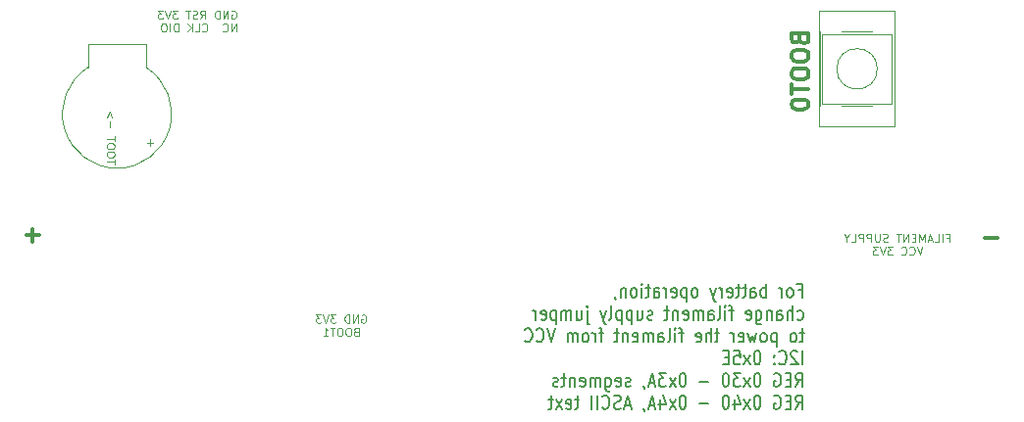
<source format=gbr>
%TF.GenerationSoftware,KiCad,Pcbnew,8.0.6*%
%TF.CreationDate,2024-12-15T00:33:14-05:00*%
%TF.ProjectId,VFDSAO,56464453-414f-42e6-9b69-6361645f7063,rev?*%
%TF.SameCoordinates,Original*%
%TF.FileFunction,Legend,Bot*%
%TF.FilePolarity,Positive*%
%FSLAX46Y46*%
G04 Gerber Fmt 4.6, Leading zero omitted, Abs format (unit mm)*
G04 Created by KiCad (PCBNEW 8.0.6) date 2024-12-15 00:33:14*
%MOMM*%
%LPD*%
G01*
G04 APERTURE LIST*
%ADD10C,0.100000*%
%ADD11C,0.300000*%
%ADD12C,0.150000*%
G04 APERTURE END LIST*
D10*
X137499999Y-84415505D02*
X137733332Y-84415505D01*
X137733332Y-84782172D02*
X137733332Y-84082172D01*
X137733332Y-84082172D02*
X137399999Y-84082172D01*
X137133332Y-84782172D02*
X137133332Y-84082172D01*
X136466666Y-84782172D02*
X136799999Y-84782172D01*
X136799999Y-84782172D02*
X136799999Y-84082172D01*
X136266665Y-84582172D02*
X135933332Y-84582172D01*
X136333332Y-84782172D02*
X136099999Y-84082172D01*
X136099999Y-84082172D02*
X135866665Y-84782172D01*
X135633332Y-84782172D02*
X135633332Y-84082172D01*
X135633332Y-84082172D02*
X135399999Y-84582172D01*
X135399999Y-84582172D02*
X135166665Y-84082172D01*
X135166665Y-84082172D02*
X135166665Y-84782172D01*
X134833332Y-84415505D02*
X134599999Y-84415505D01*
X134499999Y-84782172D02*
X134833332Y-84782172D01*
X134833332Y-84782172D02*
X134833332Y-84082172D01*
X134833332Y-84082172D02*
X134499999Y-84082172D01*
X134199999Y-84782172D02*
X134199999Y-84082172D01*
X134199999Y-84082172D02*
X133799999Y-84782172D01*
X133799999Y-84782172D02*
X133799999Y-84082172D01*
X133566666Y-84082172D02*
X133166666Y-84082172D01*
X133366666Y-84782172D02*
X133366666Y-84082172D01*
X132433333Y-84748839D02*
X132333333Y-84782172D01*
X132333333Y-84782172D02*
X132166667Y-84782172D01*
X132166667Y-84782172D02*
X132100000Y-84748839D01*
X132100000Y-84748839D02*
X132066667Y-84715505D01*
X132066667Y-84715505D02*
X132033333Y-84648839D01*
X132033333Y-84648839D02*
X132033333Y-84582172D01*
X132033333Y-84582172D02*
X132066667Y-84515505D01*
X132066667Y-84515505D02*
X132100000Y-84482172D01*
X132100000Y-84482172D02*
X132166667Y-84448839D01*
X132166667Y-84448839D02*
X132300000Y-84415505D01*
X132300000Y-84415505D02*
X132366667Y-84382172D01*
X132366667Y-84382172D02*
X132400000Y-84348839D01*
X132400000Y-84348839D02*
X132433333Y-84282172D01*
X132433333Y-84282172D02*
X132433333Y-84215505D01*
X132433333Y-84215505D02*
X132400000Y-84148839D01*
X132400000Y-84148839D02*
X132366667Y-84115505D01*
X132366667Y-84115505D02*
X132300000Y-84082172D01*
X132300000Y-84082172D02*
X132133333Y-84082172D01*
X132133333Y-84082172D02*
X132033333Y-84115505D01*
X131733333Y-84082172D02*
X131733333Y-84648839D01*
X131733333Y-84648839D02*
X131700000Y-84715505D01*
X131700000Y-84715505D02*
X131666666Y-84748839D01*
X131666666Y-84748839D02*
X131600000Y-84782172D01*
X131600000Y-84782172D02*
X131466666Y-84782172D01*
X131466666Y-84782172D02*
X131400000Y-84748839D01*
X131400000Y-84748839D02*
X131366666Y-84715505D01*
X131366666Y-84715505D02*
X131333333Y-84648839D01*
X131333333Y-84648839D02*
X131333333Y-84082172D01*
X131000000Y-84782172D02*
X131000000Y-84082172D01*
X131000000Y-84082172D02*
X130733333Y-84082172D01*
X130733333Y-84082172D02*
X130666667Y-84115505D01*
X130666667Y-84115505D02*
X130633333Y-84148839D01*
X130633333Y-84148839D02*
X130600000Y-84215505D01*
X130600000Y-84215505D02*
X130600000Y-84315505D01*
X130600000Y-84315505D02*
X130633333Y-84382172D01*
X130633333Y-84382172D02*
X130666667Y-84415505D01*
X130666667Y-84415505D02*
X130733333Y-84448839D01*
X130733333Y-84448839D02*
X131000000Y-84448839D01*
X130300000Y-84782172D02*
X130300000Y-84082172D01*
X130300000Y-84082172D02*
X130033333Y-84082172D01*
X130033333Y-84082172D02*
X129966667Y-84115505D01*
X129966667Y-84115505D02*
X129933333Y-84148839D01*
X129933333Y-84148839D02*
X129900000Y-84215505D01*
X129900000Y-84215505D02*
X129900000Y-84315505D01*
X129900000Y-84315505D02*
X129933333Y-84382172D01*
X129933333Y-84382172D02*
X129966667Y-84415505D01*
X129966667Y-84415505D02*
X130033333Y-84448839D01*
X130033333Y-84448839D02*
X130300000Y-84448839D01*
X129266667Y-84782172D02*
X129600000Y-84782172D01*
X129600000Y-84782172D02*
X129600000Y-84082172D01*
X128900000Y-84448839D02*
X128900000Y-84782172D01*
X129133333Y-84082172D02*
X128900000Y-84448839D01*
X128900000Y-84448839D02*
X128666666Y-84082172D01*
X135416666Y-85209133D02*
X135183333Y-85909133D01*
X135183333Y-85909133D02*
X134949999Y-85209133D01*
X134316666Y-85842466D02*
X134349999Y-85875800D01*
X134349999Y-85875800D02*
X134449999Y-85909133D01*
X134449999Y-85909133D02*
X134516666Y-85909133D01*
X134516666Y-85909133D02*
X134616666Y-85875800D01*
X134616666Y-85875800D02*
X134683333Y-85809133D01*
X134683333Y-85809133D02*
X134716666Y-85742466D01*
X134716666Y-85742466D02*
X134749999Y-85609133D01*
X134749999Y-85609133D02*
X134749999Y-85509133D01*
X134749999Y-85509133D02*
X134716666Y-85375800D01*
X134716666Y-85375800D02*
X134683333Y-85309133D01*
X134683333Y-85309133D02*
X134616666Y-85242466D01*
X134616666Y-85242466D02*
X134516666Y-85209133D01*
X134516666Y-85209133D02*
X134449999Y-85209133D01*
X134449999Y-85209133D02*
X134349999Y-85242466D01*
X134349999Y-85242466D02*
X134316666Y-85275800D01*
X133616666Y-85842466D02*
X133649999Y-85875800D01*
X133649999Y-85875800D02*
X133749999Y-85909133D01*
X133749999Y-85909133D02*
X133816666Y-85909133D01*
X133816666Y-85909133D02*
X133916666Y-85875800D01*
X133916666Y-85875800D02*
X133983333Y-85809133D01*
X133983333Y-85809133D02*
X134016666Y-85742466D01*
X134016666Y-85742466D02*
X134049999Y-85609133D01*
X134049999Y-85609133D02*
X134049999Y-85509133D01*
X134049999Y-85509133D02*
X134016666Y-85375800D01*
X134016666Y-85375800D02*
X133983333Y-85309133D01*
X133983333Y-85309133D02*
X133916666Y-85242466D01*
X133916666Y-85242466D02*
X133816666Y-85209133D01*
X133816666Y-85209133D02*
X133749999Y-85209133D01*
X133749999Y-85209133D02*
X133649999Y-85242466D01*
X133649999Y-85242466D02*
X133616666Y-85275800D01*
X132850000Y-85209133D02*
X132416666Y-85209133D01*
X132416666Y-85209133D02*
X132650000Y-85475800D01*
X132650000Y-85475800D02*
X132550000Y-85475800D01*
X132550000Y-85475800D02*
X132483333Y-85509133D01*
X132483333Y-85509133D02*
X132450000Y-85542466D01*
X132450000Y-85542466D02*
X132416666Y-85609133D01*
X132416666Y-85609133D02*
X132416666Y-85775800D01*
X132416666Y-85775800D02*
X132450000Y-85842466D01*
X132450000Y-85842466D02*
X132483333Y-85875800D01*
X132483333Y-85875800D02*
X132550000Y-85909133D01*
X132550000Y-85909133D02*
X132750000Y-85909133D01*
X132750000Y-85909133D02*
X132816666Y-85875800D01*
X132816666Y-85875800D02*
X132850000Y-85842466D01*
X132216666Y-85209133D02*
X131983333Y-85909133D01*
X131983333Y-85909133D02*
X131749999Y-85209133D01*
X131583333Y-85209133D02*
X131149999Y-85209133D01*
X131149999Y-85209133D02*
X131383333Y-85475800D01*
X131383333Y-85475800D02*
X131283333Y-85475800D01*
X131283333Y-85475800D02*
X131216666Y-85509133D01*
X131216666Y-85509133D02*
X131183333Y-85542466D01*
X131183333Y-85542466D02*
X131149999Y-85609133D01*
X131149999Y-85609133D02*
X131149999Y-85775800D01*
X131149999Y-85775800D02*
X131183333Y-85842466D01*
X131183333Y-85842466D02*
X131216666Y-85875800D01*
X131216666Y-85875800D02*
X131283333Y-85909133D01*
X131283333Y-85909133D02*
X131483333Y-85909133D01*
X131483333Y-85909133D02*
X131549999Y-85875800D01*
X131549999Y-85875800D02*
X131583333Y-85842466D01*
D11*
X124815114Y-67254510D02*
X124886542Y-67468796D01*
X124886542Y-67468796D02*
X124957971Y-67540225D01*
X124957971Y-67540225D02*
X125100828Y-67611653D01*
X125100828Y-67611653D02*
X125315114Y-67611653D01*
X125315114Y-67611653D02*
X125457971Y-67540225D01*
X125457971Y-67540225D02*
X125529400Y-67468796D01*
X125529400Y-67468796D02*
X125600828Y-67325939D01*
X125600828Y-67325939D02*
X125600828Y-66754510D01*
X125600828Y-66754510D02*
X124100828Y-66754510D01*
X124100828Y-66754510D02*
X124100828Y-67254510D01*
X124100828Y-67254510D02*
X124172257Y-67397368D01*
X124172257Y-67397368D02*
X124243685Y-67468796D01*
X124243685Y-67468796D02*
X124386542Y-67540225D01*
X124386542Y-67540225D02*
X124529400Y-67540225D01*
X124529400Y-67540225D02*
X124672257Y-67468796D01*
X124672257Y-67468796D02*
X124743685Y-67397368D01*
X124743685Y-67397368D02*
X124815114Y-67254510D01*
X124815114Y-67254510D02*
X124815114Y-66754510D01*
X124100828Y-68540225D02*
X124100828Y-68825939D01*
X124100828Y-68825939D02*
X124172257Y-68968796D01*
X124172257Y-68968796D02*
X124315114Y-69111653D01*
X124315114Y-69111653D02*
X124600828Y-69183082D01*
X124600828Y-69183082D02*
X125100828Y-69183082D01*
X125100828Y-69183082D02*
X125386542Y-69111653D01*
X125386542Y-69111653D02*
X125529400Y-68968796D01*
X125529400Y-68968796D02*
X125600828Y-68825939D01*
X125600828Y-68825939D02*
X125600828Y-68540225D01*
X125600828Y-68540225D02*
X125529400Y-68397368D01*
X125529400Y-68397368D02*
X125386542Y-68254510D01*
X125386542Y-68254510D02*
X125100828Y-68183082D01*
X125100828Y-68183082D02*
X124600828Y-68183082D01*
X124600828Y-68183082D02*
X124315114Y-68254510D01*
X124315114Y-68254510D02*
X124172257Y-68397368D01*
X124172257Y-68397368D02*
X124100828Y-68540225D01*
X124100828Y-70111654D02*
X124100828Y-70397368D01*
X124100828Y-70397368D02*
X124172257Y-70540225D01*
X124172257Y-70540225D02*
X124315114Y-70683082D01*
X124315114Y-70683082D02*
X124600828Y-70754511D01*
X124600828Y-70754511D02*
X125100828Y-70754511D01*
X125100828Y-70754511D02*
X125386542Y-70683082D01*
X125386542Y-70683082D02*
X125529400Y-70540225D01*
X125529400Y-70540225D02*
X125600828Y-70397368D01*
X125600828Y-70397368D02*
X125600828Y-70111654D01*
X125600828Y-70111654D02*
X125529400Y-69968797D01*
X125529400Y-69968797D02*
X125386542Y-69825939D01*
X125386542Y-69825939D02*
X125100828Y-69754511D01*
X125100828Y-69754511D02*
X124600828Y-69754511D01*
X124600828Y-69754511D02*
X124315114Y-69825939D01*
X124315114Y-69825939D02*
X124172257Y-69968797D01*
X124172257Y-69968797D02*
X124100828Y-70111654D01*
X124100828Y-71183083D02*
X124100828Y-72040226D01*
X125600828Y-71611654D02*
X124100828Y-71611654D01*
X124100828Y-72825940D02*
X124100828Y-72968797D01*
X124100828Y-72968797D02*
X124172257Y-73111654D01*
X124172257Y-73111654D02*
X124243685Y-73183083D01*
X124243685Y-73183083D02*
X124386542Y-73254511D01*
X124386542Y-73254511D02*
X124672257Y-73325940D01*
X124672257Y-73325940D02*
X125029400Y-73325940D01*
X125029400Y-73325940D02*
X125315114Y-73254511D01*
X125315114Y-73254511D02*
X125457971Y-73183083D01*
X125457971Y-73183083D02*
X125529400Y-73111654D01*
X125529400Y-73111654D02*
X125600828Y-72968797D01*
X125600828Y-72968797D02*
X125600828Y-72825940D01*
X125600828Y-72825940D02*
X125529400Y-72683083D01*
X125529400Y-72683083D02*
X125457971Y-72611654D01*
X125457971Y-72611654D02*
X125315114Y-72540225D01*
X125315114Y-72540225D02*
X125029400Y-72468797D01*
X125029400Y-72468797D02*
X124672257Y-72468797D01*
X124672257Y-72468797D02*
X124386542Y-72540225D01*
X124386542Y-72540225D02*
X124243685Y-72611654D01*
X124243685Y-72611654D02*
X124172257Y-72683083D01*
X124172257Y-72683083D02*
X124100828Y-72825940D01*
D10*
X75800877Y-64815505D02*
X75867544Y-64782172D01*
X75867544Y-64782172D02*
X75967544Y-64782172D01*
X75967544Y-64782172D02*
X76067544Y-64815505D01*
X76067544Y-64815505D02*
X76134211Y-64882172D01*
X76134211Y-64882172D02*
X76167544Y-64948839D01*
X76167544Y-64948839D02*
X76200877Y-65082172D01*
X76200877Y-65082172D02*
X76200877Y-65182172D01*
X76200877Y-65182172D02*
X76167544Y-65315505D01*
X76167544Y-65315505D02*
X76134211Y-65382172D01*
X76134211Y-65382172D02*
X76067544Y-65448839D01*
X76067544Y-65448839D02*
X75967544Y-65482172D01*
X75967544Y-65482172D02*
X75900877Y-65482172D01*
X75900877Y-65482172D02*
X75800877Y-65448839D01*
X75800877Y-65448839D02*
X75767544Y-65415505D01*
X75767544Y-65415505D02*
X75767544Y-65182172D01*
X75767544Y-65182172D02*
X75900877Y-65182172D01*
X75467544Y-65482172D02*
X75467544Y-64782172D01*
X75467544Y-64782172D02*
X75067544Y-65482172D01*
X75067544Y-65482172D02*
X75067544Y-64782172D01*
X74734211Y-65482172D02*
X74734211Y-64782172D01*
X74734211Y-64782172D02*
X74567544Y-64782172D01*
X74567544Y-64782172D02*
X74467544Y-64815505D01*
X74467544Y-64815505D02*
X74400878Y-64882172D01*
X74400878Y-64882172D02*
X74367544Y-64948839D01*
X74367544Y-64948839D02*
X74334211Y-65082172D01*
X74334211Y-65082172D02*
X74334211Y-65182172D01*
X74334211Y-65182172D02*
X74367544Y-65315505D01*
X74367544Y-65315505D02*
X74400878Y-65382172D01*
X74400878Y-65382172D02*
X74467544Y-65448839D01*
X74467544Y-65448839D02*
X74567544Y-65482172D01*
X74567544Y-65482172D02*
X74734211Y-65482172D01*
X73100878Y-65482172D02*
X73334211Y-65148839D01*
X73500878Y-65482172D02*
X73500878Y-64782172D01*
X73500878Y-64782172D02*
X73234211Y-64782172D01*
X73234211Y-64782172D02*
X73167545Y-64815505D01*
X73167545Y-64815505D02*
X73134211Y-64848839D01*
X73134211Y-64848839D02*
X73100878Y-64915505D01*
X73100878Y-64915505D02*
X73100878Y-65015505D01*
X73100878Y-65015505D02*
X73134211Y-65082172D01*
X73134211Y-65082172D02*
X73167545Y-65115505D01*
X73167545Y-65115505D02*
X73234211Y-65148839D01*
X73234211Y-65148839D02*
X73500878Y-65148839D01*
X72834211Y-65448839D02*
X72734211Y-65482172D01*
X72734211Y-65482172D02*
X72567545Y-65482172D01*
X72567545Y-65482172D02*
X72500878Y-65448839D01*
X72500878Y-65448839D02*
X72467545Y-65415505D01*
X72467545Y-65415505D02*
X72434211Y-65348839D01*
X72434211Y-65348839D02*
X72434211Y-65282172D01*
X72434211Y-65282172D02*
X72467545Y-65215505D01*
X72467545Y-65215505D02*
X72500878Y-65182172D01*
X72500878Y-65182172D02*
X72567545Y-65148839D01*
X72567545Y-65148839D02*
X72700878Y-65115505D01*
X72700878Y-65115505D02*
X72767545Y-65082172D01*
X72767545Y-65082172D02*
X72800878Y-65048839D01*
X72800878Y-65048839D02*
X72834211Y-64982172D01*
X72834211Y-64982172D02*
X72834211Y-64915505D01*
X72834211Y-64915505D02*
X72800878Y-64848839D01*
X72800878Y-64848839D02*
X72767545Y-64815505D01*
X72767545Y-64815505D02*
X72700878Y-64782172D01*
X72700878Y-64782172D02*
X72534211Y-64782172D01*
X72534211Y-64782172D02*
X72434211Y-64815505D01*
X72234211Y-64782172D02*
X71834211Y-64782172D01*
X72034211Y-65482172D02*
X72034211Y-64782172D01*
X71134212Y-64782172D02*
X70700878Y-64782172D01*
X70700878Y-64782172D02*
X70934212Y-65048839D01*
X70934212Y-65048839D02*
X70834212Y-65048839D01*
X70834212Y-65048839D02*
X70767545Y-65082172D01*
X70767545Y-65082172D02*
X70734212Y-65115505D01*
X70734212Y-65115505D02*
X70700878Y-65182172D01*
X70700878Y-65182172D02*
X70700878Y-65348839D01*
X70700878Y-65348839D02*
X70734212Y-65415505D01*
X70734212Y-65415505D02*
X70767545Y-65448839D01*
X70767545Y-65448839D02*
X70834212Y-65482172D01*
X70834212Y-65482172D02*
X71034212Y-65482172D01*
X71034212Y-65482172D02*
X71100878Y-65448839D01*
X71100878Y-65448839D02*
X71134212Y-65415505D01*
X70500878Y-64782172D02*
X70267545Y-65482172D01*
X70267545Y-65482172D02*
X70034211Y-64782172D01*
X69867545Y-64782172D02*
X69434211Y-64782172D01*
X69434211Y-64782172D02*
X69667545Y-65048839D01*
X69667545Y-65048839D02*
X69567545Y-65048839D01*
X69567545Y-65048839D02*
X69500878Y-65082172D01*
X69500878Y-65082172D02*
X69467545Y-65115505D01*
X69467545Y-65115505D02*
X69434211Y-65182172D01*
X69434211Y-65182172D02*
X69434211Y-65348839D01*
X69434211Y-65348839D02*
X69467545Y-65415505D01*
X69467545Y-65415505D02*
X69500878Y-65448839D01*
X69500878Y-65448839D02*
X69567545Y-65482172D01*
X69567545Y-65482172D02*
X69767545Y-65482172D01*
X69767545Y-65482172D02*
X69834211Y-65448839D01*
X69834211Y-65448839D02*
X69867545Y-65415505D01*
X76167544Y-66609133D02*
X76167544Y-65909133D01*
X76167544Y-65909133D02*
X75767544Y-66609133D01*
X75767544Y-66609133D02*
X75767544Y-65909133D01*
X75034211Y-66542466D02*
X75067544Y-66575800D01*
X75067544Y-66575800D02*
X75167544Y-66609133D01*
X75167544Y-66609133D02*
X75234211Y-66609133D01*
X75234211Y-66609133D02*
X75334211Y-66575800D01*
X75334211Y-66575800D02*
X75400878Y-66509133D01*
X75400878Y-66509133D02*
X75434211Y-66442466D01*
X75434211Y-66442466D02*
X75467544Y-66309133D01*
X75467544Y-66309133D02*
X75467544Y-66209133D01*
X75467544Y-66209133D02*
X75434211Y-66075800D01*
X75434211Y-66075800D02*
X75400878Y-66009133D01*
X75400878Y-66009133D02*
X75334211Y-65942466D01*
X75334211Y-65942466D02*
X75234211Y-65909133D01*
X75234211Y-65909133D02*
X75167544Y-65909133D01*
X75167544Y-65909133D02*
X75067544Y-65942466D01*
X75067544Y-65942466D02*
X75034211Y-65975800D01*
X73267545Y-66542466D02*
X73300878Y-66575800D01*
X73300878Y-66575800D02*
X73400878Y-66609133D01*
X73400878Y-66609133D02*
X73467545Y-66609133D01*
X73467545Y-66609133D02*
X73567545Y-66575800D01*
X73567545Y-66575800D02*
X73634212Y-66509133D01*
X73634212Y-66509133D02*
X73667545Y-66442466D01*
X73667545Y-66442466D02*
X73700878Y-66309133D01*
X73700878Y-66309133D02*
X73700878Y-66209133D01*
X73700878Y-66209133D02*
X73667545Y-66075800D01*
X73667545Y-66075800D02*
X73634212Y-66009133D01*
X73634212Y-66009133D02*
X73567545Y-65942466D01*
X73567545Y-65942466D02*
X73467545Y-65909133D01*
X73467545Y-65909133D02*
X73400878Y-65909133D01*
X73400878Y-65909133D02*
X73300878Y-65942466D01*
X73300878Y-65942466D02*
X73267545Y-65975800D01*
X72634212Y-66609133D02*
X72967545Y-66609133D01*
X72967545Y-66609133D02*
X72967545Y-65909133D01*
X72400878Y-66609133D02*
X72400878Y-65909133D01*
X72000878Y-66609133D02*
X72300878Y-66209133D01*
X72000878Y-65909133D02*
X72400878Y-66309133D01*
X71167545Y-66609133D02*
X71167545Y-65909133D01*
X71167545Y-65909133D02*
X71000878Y-65909133D01*
X71000878Y-65909133D02*
X70900878Y-65942466D01*
X70900878Y-65942466D02*
X70834212Y-66009133D01*
X70834212Y-66009133D02*
X70800878Y-66075800D01*
X70800878Y-66075800D02*
X70767545Y-66209133D01*
X70767545Y-66209133D02*
X70767545Y-66309133D01*
X70767545Y-66309133D02*
X70800878Y-66442466D01*
X70800878Y-66442466D02*
X70834212Y-66509133D01*
X70834212Y-66509133D02*
X70900878Y-66575800D01*
X70900878Y-66575800D02*
X71000878Y-66609133D01*
X71000878Y-66609133D02*
X71167545Y-66609133D01*
X70467545Y-66609133D02*
X70467545Y-65909133D01*
X70000879Y-65909133D02*
X69867545Y-65909133D01*
X69867545Y-65909133D02*
X69800879Y-65942466D01*
X69800879Y-65942466D02*
X69734212Y-66009133D01*
X69734212Y-66009133D02*
X69700879Y-66142466D01*
X69700879Y-66142466D02*
X69700879Y-66375800D01*
X69700879Y-66375800D02*
X69734212Y-66509133D01*
X69734212Y-66509133D02*
X69800879Y-66575800D01*
X69800879Y-66575800D02*
X69867545Y-66609133D01*
X69867545Y-66609133D02*
X70000879Y-66609133D01*
X70000879Y-66609133D02*
X70067545Y-66575800D01*
X70067545Y-66575800D02*
X70134212Y-66509133D01*
X70134212Y-66509133D02*
X70167545Y-66375800D01*
X70167545Y-66375800D02*
X70167545Y-66142466D01*
X70167545Y-66142466D02*
X70134212Y-66009133D01*
X70134212Y-66009133D02*
X70067545Y-65942466D01*
X70067545Y-65942466D02*
X70000879Y-65909133D01*
D12*
X124729887Y-88957106D02*
X125063220Y-88957106D01*
X125063220Y-89585677D02*
X125063220Y-88385677D01*
X125063220Y-88385677D02*
X124587030Y-88385677D01*
X124063220Y-89585677D02*
X124158458Y-89528535D01*
X124158458Y-89528535D02*
X124206077Y-89471392D01*
X124206077Y-89471392D02*
X124253696Y-89357106D01*
X124253696Y-89357106D02*
X124253696Y-89014249D01*
X124253696Y-89014249D02*
X124206077Y-88899963D01*
X124206077Y-88899963D02*
X124158458Y-88842820D01*
X124158458Y-88842820D02*
X124063220Y-88785677D01*
X124063220Y-88785677D02*
X123920363Y-88785677D01*
X123920363Y-88785677D02*
X123825125Y-88842820D01*
X123825125Y-88842820D02*
X123777506Y-88899963D01*
X123777506Y-88899963D02*
X123729887Y-89014249D01*
X123729887Y-89014249D02*
X123729887Y-89357106D01*
X123729887Y-89357106D02*
X123777506Y-89471392D01*
X123777506Y-89471392D02*
X123825125Y-89528535D01*
X123825125Y-89528535D02*
X123920363Y-89585677D01*
X123920363Y-89585677D02*
X124063220Y-89585677D01*
X123301315Y-89585677D02*
X123301315Y-88785677D01*
X123301315Y-89014249D02*
X123253696Y-88899963D01*
X123253696Y-88899963D02*
X123206077Y-88842820D01*
X123206077Y-88842820D02*
X123110839Y-88785677D01*
X123110839Y-88785677D02*
X123015601Y-88785677D01*
X121920362Y-89585677D02*
X121920362Y-88385677D01*
X121920362Y-88842820D02*
X121825124Y-88785677D01*
X121825124Y-88785677D02*
X121634648Y-88785677D01*
X121634648Y-88785677D02*
X121539410Y-88842820D01*
X121539410Y-88842820D02*
X121491791Y-88899963D01*
X121491791Y-88899963D02*
X121444172Y-89014249D01*
X121444172Y-89014249D02*
X121444172Y-89357106D01*
X121444172Y-89357106D02*
X121491791Y-89471392D01*
X121491791Y-89471392D02*
X121539410Y-89528535D01*
X121539410Y-89528535D02*
X121634648Y-89585677D01*
X121634648Y-89585677D02*
X121825124Y-89585677D01*
X121825124Y-89585677D02*
X121920362Y-89528535D01*
X120587029Y-89585677D02*
X120587029Y-88957106D01*
X120587029Y-88957106D02*
X120634648Y-88842820D01*
X120634648Y-88842820D02*
X120729886Y-88785677D01*
X120729886Y-88785677D02*
X120920362Y-88785677D01*
X120920362Y-88785677D02*
X121015600Y-88842820D01*
X120587029Y-89528535D02*
X120682267Y-89585677D01*
X120682267Y-89585677D02*
X120920362Y-89585677D01*
X120920362Y-89585677D02*
X121015600Y-89528535D01*
X121015600Y-89528535D02*
X121063219Y-89414249D01*
X121063219Y-89414249D02*
X121063219Y-89299963D01*
X121063219Y-89299963D02*
X121015600Y-89185677D01*
X121015600Y-89185677D02*
X120920362Y-89128535D01*
X120920362Y-89128535D02*
X120682267Y-89128535D01*
X120682267Y-89128535D02*
X120587029Y-89071392D01*
X120253695Y-88785677D02*
X119872743Y-88785677D01*
X120110838Y-88385677D02*
X120110838Y-89414249D01*
X120110838Y-89414249D02*
X120063219Y-89528535D01*
X120063219Y-89528535D02*
X119967981Y-89585677D01*
X119967981Y-89585677D02*
X119872743Y-89585677D01*
X119682266Y-88785677D02*
X119301314Y-88785677D01*
X119539409Y-88385677D02*
X119539409Y-89414249D01*
X119539409Y-89414249D02*
X119491790Y-89528535D01*
X119491790Y-89528535D02*
X119396552Y-89585677D01*
X119396552Y-89585677D02*
X119301314Y-89585677D01*
X118587028Y-89528535D02*
X118682266Y-89585677D01*
X118682266Y-89585677D02*
X118872742Y-89585677D01*
X118872742Y-89585677D02*
X118967980Y-89528535D01*
X118967980Y-89528535D02*
X119015599Y-89414249D01*
X119015599Y-89414249D02*
X119015599Y-88957106D01*
X119015599Y-88957106D02*
X118967980Y-88842820D01*
X118967980Y-88842820D02*
X118872742Y-88785677D01*
X118872742Y-88785677D02*
X118682266Y-88785677D01*
X118682266Y-88785677D02*
X118587028Y-88842820D01*
X118587028Y-88842820D02*
X118539409Y-88957106D01*
X118539409Y-88957106D02*
X118539409Y-89071392D01*
X118539409Y-89071392D02*
X119015599Y-89185677D01*
X118110837Y-89585677D02*
X118110837Y-88785677D01*
X118110837Y-89014249D02*
X118063218Y-88899963D01*
X118063218Y-88899963D02*
X118015599Y-88842820D01*
X118015599Y-88842820D02*
X117920361Y-88785677D01*
X117920361Y-88785677D02*
X117825123Y-88785677D01*
X117587027Y-88785677D02*
X117348932Y-89585677D01*
X117110837Y-88785677D02*
X117348932Y-89585677D01*
X117348932Y-89585677D02*
X117444170Y-89871392D01*
X117444170Y-89871392D02*
X117491789Y-89928535D01*
X117491789Y-89928535D02*
X117587027Y-89985677D01*
X115825122Y-89585677D02*
X115920360Y-89528535D01*
X115920360Y-89528535D02*
X115967979Y-89471392D01*
X115967979Y-89471392D02*
X116015598Y-89357106D01*
X116015598Y-89357106D02*
X116015598Y-89014249D01*
X116015598Y-89014249D02*
X115967979Y-88899963D01*
X115967979Y-88899963D02*
X115920360Y-88842820D01*
X115920360Y-88842820D02*
X115825122Y-88785677D01*
X115825122Y-88785677D02*
X115682265Y-88785677D01*
X115682265Y-88785677D02*
X115587027Y-88842820D01*
X115587027Y-88842820D02*
X115539408Y-88899963D01*
X115539408Y-88899963D02*
X115491789Y-89014249D01*
X115491789Y-89014249D02*
X115491789Y-89357106D01*
X115491789Y-89357106D02*
X115539408Y-89471392D01*
X115539408Y-89471392D02*
X115587027Y-89528535D01*
X115587027Y-89528535D02*
X115682265Y-89585677D01*
X115682265Y-89585677D02*
X115825122Y-89585677D01*
X115063217Y-88785677D02*
X115063217Y-89985677D01*
X115063217Y-88842820D02*
X114967979Y-88785677D01*
X114967979Y-88785677D02*
X114777503Y-88785677D01*
X114777503Y-88785677D02*
X114682265Y-88842820D01*
X114682265Y-88842820D02*
X114634646Y-88899963D01*
X114634646Y-88899963D02*
X114587027Y-89014249D01*
X114587027Y-89014249D02*
X114587027Y-89357106D01*
X114587027Y-89357106D02*
X114634646Y-89471392D01*
X114634646Y-89471392D02*
X114682265Y-89528535D01*
X114682265Y-89528535D02*
X114777503Y-89585677D01*
X114777503Y-89585677D02*
X114967979Y-89585677D01*
X114967979Y-89585677D02*
X115063217Y-89528535D01*
X113777503Y-89528535D02*
X113872741Y-89585677D01*
X113872741Y-89585677D02*
X114063217Y-89585677D01*
X114063217Y-89585677D02*
X114158455Y-89528535D01*
X114158455Y-89528535D02*
X114206074Y-89414249D01*
X114206074Y-89414249D02*
X114206074Y-88957106D01*
X114206074Y-88957106D02*
X114158455Y-88842820D01*
X114158455Y-88842820D02*
X114063217Y-88785677D01*
X114063217Y-88785677D02*
X113872741Y-88785677D01*
X113872741Y-88785677D02*
X113777503Y-88842820D01*
X113777503Y-88842820D02*
X113729884Y-88957106D01*
X113729884Y-88957106D02*
X113729884Y-89071392D01*
X113729884Y-89071392D02*
X114206074Y-89185677D01*
X113301312Y-89585677D02*
X113301312Y-88785677D01*
X113301312Y-89014249D02*
X113253693Y-88899963D01*
X113253693Y-88899963D02*
X113206074Y-88842820D01*
X113206074Y-88842820D02*
X113110836Y-88785677D01*
X113110836Y-88785677D02*
X113015598Y-88785677D01*
X112253693Y-89585677D02*
X112253693Y-88957106D01*
X112253693Y-88957106D02*
X112301312Y-88842820D01*
X112301312Y-88842820D02*
X112396550Y-88785677D01*
X112396550Y-88785677D02*
X112587026Y-88785677D01*
X112587026Y-88785677D02*
X112682264Y-88842820D01*
X112253693Y-89528535D02*
X112348931Y-89585677D01*
X112348931Y-89585677D02*
X112587026Y-89585677D01*
X112587026Y-89585677D02*
X112682264Y-89528535D01*
X112682264Y-89528535D02*
X112729883Y-89414249D01*
X112729883Y-89414249D02*
X112729883Y-89299963D01*
X112729883Y-89299963D02*
X112682264Y-89185677D01*
X112682264Y-89185677D02*
X112587026Y-89128535D01*
X112587026Y-89128535D02*
X112348931Y-89128535D01*
X112348931Y-89128535D02*
X112253693Y-89071392D01*
X111920359Y-88785677D02*
X111539407Y-88785677D01*
X111777502Y-88385677D02*
X111777502Y-89414249D01*
X111777502Y-89414249D02*
X111729883Y-89528535D01*
X111729883Y-89528535D02*
X111634645Y-89585677D01*
X111634645Y-89585677D02*
X111539407Y-89585677D01*
X111206073Y-89585677D02*
X111206073Y-88785677D01*
X111206073Y-88385677D02*
X111253692Y-88442820D01*
X111253692Y-88442820D02*
X111206073Y-88499963D01*
X111206073Y-88499963D02*
X111158454Y-88442820D01*
X111158454Y-88442820D02*
X111206073Y-88385677D01*
X111206073Y-88385677D02*
X111206073Y-88499963D01*
X110587026Y-89585677D02*
X110682264Y-89528535D01*
X110682264Y-89528535D02*
X110729883Y-89471392D01*
X110729883Y-89471392D02*
X110777502Y-89357106D01*
X110777502Y-89357106D02*
X110777502Y-89014249D01*
X110777502Y-89014249D02*
X110729883Y-88899963D01*
X110729883Y-88899963D02*
X110682264Y-88842820D01*
X110682264Y-88842820D02*
X110587026Y-88785677D01*
X110587026Y-88785677D02*
X110444169Y-88785677D01*
X110444169Y-88785677D02*
X110348931Y-88842820D01*
X110348931Y-88842820D02*
X110301312Y-88899963D01*
X110301312Y-88899963D02*
X110253693Y-89014249D01*
X110253693Y-89014249D02*
X110253693Y-89357106D01*
X110253693Y-89357106D02*
X110301312Y-89471392D01*
X110301312Y-89471392D02*
X110348931Y-89528535D01*
X110348931Y-89528535D02*
X110444169Y-89585677D01*
X110444169Y-89585677D02*
X110587026Y-89585677D01*
X109825121Y-88785677D02*
X109825121Y-89585677D01*
X109825121Y-88899963D02*
X109777502Y-88842820D01*
X109777502Y-88842820D02*
X109682264Y-88785677D01*
X109682264Y-88785677D02*
X109539407Y-88785677D01*
X109539407Y-88785677D02*
X109444169Y-88842820D01*
X109444169Y-88842820D02*
X109396550Y-88957106D01*
X109396550Y-88957106D02*
X109396550Y-89585677D01*
X108872740Y-89528535D02*
X108872740Y-89585677D01*
X108872740Y-89585677D02*
X108920359Y-89699963D01*
X108920359Y-89699963D02*
X108967978Y-89757106D01*
X124634649Y-91460468D02*
X124729887Y-91517610D01*
X124729887Y-91517610D02*
X124920363Y-91517610D01*
X124920363Y-91517610D02*
X125015601Y-91460468D01*
X125015601Y-91460468D02*
X125063220Y-91403325D01*
X125063220Y-91403325D02*
X125110839Y-91289039D01*
X125110839Y-91289039D02*
X125110839Y-90946182D01*
X125110839Y-90946182D02*
X125063220Y-90831896D01*
X125063220Y-90831896D02*
X125015601Y-90774753D01*
X125015601Y-90774753D02*
X124920363Y-90717610D01*
X124920363Y-90717610D02*
X124729887Y-90717610D01*
X124729887Y-90717610D02*
X124634649Y-90774753D01*
X124206077Y-91517610D02*
X124206077Y-90317610D01*
X123777506Y-91517610D02*
X123777506Y-90889039D01*
X123777506Y-90889039D02*
X123825125Y-90774753D01*
X123825125Y-90774753D02*
X123920363Y-90717610D01*
X123920363Y-90717610D02*
X124063220Y-90717610D01*
X124063220Y-90717610D02*
X124158458Y-90774753D01*
X124158458Y-90774753D02*
X124206077Y-90831896D01*
X122872744Y-91517610D02*
X122872744Y-90889039D01*
X122872744Y-90889039D02*
X122920363Y-90774753D01*
X122920363Y-90774753D02*
X123015601Y-90717610D01*
X123015601Y-90717610D02*
X123206077Y-90717610D01*
X123206077Y-90717610D02*
X123301315Y-90774753D01*
X122872744Y-91460468D02*
X122967982Y-91517610D01*
X122967982Y-91517610D02*
X123206077Y-91517610D01*
X123206077Y-91517610D02*
X123301315Y-91460468D01*
X123301315Y-91460468D02*
X123348934Y-91346182D01*
X123348934Y-91346182D02*
X123348934Y-91231896D01*
X123348934Y-91231896D02*
X123301315Y-91117610D01*
X123301315Y-91117610D02*
X123206077Y-91060468D01*
X123206077Y-91060468D02*
X122967982Y-91060468D01*
X122967982Y-91060468D02*
X122872744Y-91003325D01*
X122396553Y-90717610D02*
X122396553Y-91517610D01*
X122396553Y-90831896D02*
X122348934Y-90774753D01*
X122348934Y-90774753D02*
X122253696Y-90717610D01*
X122253696Y-90717610D02*
X122110839Y-90717610D01*
X122110839Y-90717610D02*
X122015601Y-90774753D01*
X122015601Y-90774753D02*
X121967982Y-90889039D01*
X121967982Y-90889039D02*
X121967982Y-91517610D01*
X121063220Y-90717610D02*
X121063220Y-91689039D01*
X121063220Y-91689039D02*
X121110839Y-91803325D01*
X121110839Y-91803325D02*
X121158458Y-91860468D01*
X121158458Y-91860468D02*
X121253696Y-91917610D01*
X121253696Y-91917610D02*
X121396553Y-91917610D01*
X121396553Y-91917610D02*
X121491791Y-91860468D01*
X121063220Y-91460468D02*
X121158458Y-91517610D01*
X121158458Y-91517610D02*
X121348934Y-91517610D01*
X121348934Y-91517610D02*
X121444172Y-91460468D01*
X121444172Y-91460468D02*
X121491791Y-91403325D01*
X121491791Y-91403325D02*
X121539410Y-91289039D01*
X121539410Y-91289039D02*
X121539410Y-90946182D01*
X121539410Y-90946182D02*
X121491791Y-90831896D01*
X121491791Y-90831896D02*
X121444172Y-90774753D01*
X121444172Y-90774753D02*
X121348934Y-90717610D01*
X121348934Y-90717610D02*
X121158458Y-90717610D01*
X121158458Y-90717610D02*
X121063220Y-90774753D01*
X120206077Y-91460468D02*
X120301315Y-91517610D01*
X120301315Y-91517610D02*
X120491791Y-91517610D01*
X120491791Y-91517610D02*
X120587029Y-91460468D01*
X120587029Y-91460468D02*
X120634648Y-91346182D01*
X120634648Y-91346182D02*
X120634648Y-90889039D01*
X120634648Y-90889039D02*
X120587029Y-90774753D01*
X120587029Y-90774753D02*
X120491791Y-90717610D01*
X120491791Y-90717610D02*
X120301315Y-90717610D01*
X120301315Y-90717610D02*
X120206077Y-90774753D01*
X120206077Y-90774753D02*
X120158458Y-90889039D01*
X120158458Y-90889039D02*
X120158458Y-91003325D01*
X120158458Y-91003325D02*
X120634648Y-91117610D01*
X119110838Y-90717610D02*
X118729886Y-90717610D01*
X118967981Y-91517610D02*
X118967981Y-90489039D01*
X118967981Y-90489039D02*
X118920362Y-90374753D01*
X118920362Y-90374753D02*
X118825124Y-90317610D01*
X118825124Y-90317610D02*
X118729886Y-90317610D01*
X118396552Y-91517610D02*
X118396552Y-90717610D01*
X118396552Y-90317610D02*
X118444171Y-90374753D01*
X118444171Y-90374753D02*
X118396552Y-90431896D01*
X118396552Y-90431896D02*
X118348933Y-90374753D01*
X118348933Y-90374753D02*
X118396552Y-90317610D01*
X118396552Y-90317610D02*
X118396552Y-90431896D01*
X117777505Y-91517610D02*
X117872743Y-91460468D01*
X117872743Y-91460468D02*
X117920362Y-91346182D01*
X117920362Y-91346182D02*
X117920362Y-90317610D01*
X116967981Y-91517610D02*
X116967981Y-90889039D01*
X116967981Y-90889039D02*
X117015600Y-90774753D01*
X117015600Y-90774753D02*
X117110838Y-90717610D01*
X117110838Y-90717610D02*
X117301314Y-90717610D01*
X117301314Y-90717610D02*
X117396552Y-90774753D01*
X116967981Y-91460468D02*
X117063219Y-91517610D01*
X117063219Y-91517610D02*
X117301314Y-91517610D01*
X117301314Y-91517610D02*
X117396552Y-91460468D01*
X117396552Y-91460468D02*
X117444171Y-91346182D01*
X117444171Y-91346182D02*
X117444171Y-91231896D01*
X117444171Y-91231896D02*
X117396552Y-91117610D01*
X117396552Y-91117610D02*
X117301314Y-91060468D01*
X117301314Y-91060468D02*
X117063219Y-91060468D01*
X117063219Y-91060468D02*
X116967981Y-91003325D01*
X116491790Y-91517610D02*
X116491790Y-90717610D01*
X116491790Y-90831896D02*
X116444171Y-90774753D01*
X116444171Y-90774753D02*
X116348933Y-90717610D01*
X116348933Y-90717610D02*
X116206076Y-90717610D01*
X116206076Y-90717610D02*
X116110838Y-90774753D01*
X116110838Y-90774753D02*
X116063219Y-90889039D01*
X116063219Y-90889039D02*
X116063219Y-91517610D01*
X116063219Y-90889039D02*
X116015600Y-90774753D01*
X116015600Y-90774753D02*
X115920362Y-90717610D01*
X115920362Y-90717610D02*
X115777505Y-90717610D01*
X115777505Y-90717610D02*
X115682266Y-90774753D01*
X115682266Y-90774753D02*
X115634647Y-90889039D01*
X115634647Y-90889039D02*
X115634647Y-91517610D01*
X114777505Y-91460468D02*
X114872743Y-91517610D01*
X114872743Y-91517610D02*
X115063219Y-91517610D01*
X115063219Y-91517610D02*
X115158457Y-91460468D01*
X115158457Y-91460468D02*
X115206076Y-91346182D01*
X115206076Y-91346182D02*
X115206076Y-90889039D01*
X115206076Y-90889039D02*
X115158457Y-90774753D01*
X115158457Y-90774753D02*
X115063219Y-90717610D01*
X115063219Y-90717610D02*
X114872743Y-90717610D01*
X114872743Y-90717610D02*
X114777505Y-90774753D01*
X114777505Y-90774753D02*
X114729886Y-90889039D01*
X114729886Y-90889039D02*
X114729886Y-91003325D01*
X114729886Y-91003325D02*
X115206076Y-91117610D01*
X114301314Y-90717610D02*
X114301314Y-91517610D01*
X114301314Y-90831896D02*
X114253695Y-90774753D01*
X114253695Y-90774753D02*
X114158457Y-90717610D01*
X114158457Y-90717610D02*
X114015600Y-90717610D01*
X114015600Y-90717610D02*
X113920362Y-90774753D01*
X113920362Y-90774753D02*
X113872743Y-90889039D01*
X113872743Y-90889039D02*
X113872743Y-91517610D01*
X113539409Y-90717610D02*
X113158457Y-90717610D01*
X113396552Y-90317610D02*
X113396552Y-91346182D01*
X113396552Y-91346182D02*
X113348933Y-91460468D01*
X113348933Y-91460468D02*
X113253695Y-91517610D01*
X113253695Y-91517610D02*
X113158457Y-91517610D01*
X112110837Y-91460468D02*
X112015599Y-91517610D01*
X112015599Y-91517610D02*
X111825123Y-91517610D01*
X111825123Y-91517610D02*
X111729885Y-91460468D01*
X111729885Y-91460468D02*
X111682266Y-91346182D01*
X111682266Y-91346182D02*
X111682266Y-91289039D01*
X111682266Y-91289039D02*
X111729885Y-91174753D01*
X111729885Y-91174753D02*
X111825123Y-91117610D01*
X111825123Y-91117610D02*
X111967980Y-91117610D01*
X111967980Y-91117610D02*
X112063218Y-91060468D01*
X112063218Y-91060468D02*
X112110837Y-90946182D01*
X112110837Y-90946182D02*
X112110837Y-90889039D01*
X112110837Y-90889039D02*
X112063218Y-90774753D01*
X112063218Y-90774753D02*
X111967980Y-90717610D01*
X111967980Y-90717610D02*
X111825123Y-90717610D01*
X111825123Y-90717610D02*
X111729885Y-90774753D01*
X110825123Y-90717610D02*
X110825123Y-91517610D01*
X111253694Y-90717610D02*
X111253694Y-91346182D01*
X111253694Y-91346182D02*
X111206075Y-91460468D01*
X111206075Y-91460468D02*
X111110837Y-91517610D01*
X111110837Y-91517610D02*
X110967980Y-91517610D01*
X110967980Y-91517610D02*
X110872742Y-91460468D01*
X110872742Y-91460468D02*
X110825123Y-91403325D01*
X110348932Y-90717610D02*
X110348932Y-91917610D01*
X110348932Y-90774753D02*
X110253694Y-90717610D01*
X110253694Y-90717610D02*
X110063218Y-90717610D01*
X110063218Y-90717610D02*
X109967980Y-90774753D01*
X109967980Y-90774753D02*
X109920361Y-90831896D01*
X109920361Y-90831896D02*
X109872742Y-90946182D01*
X109872742Y-90946182D02*
X109872742Y-91289039D01*
X109872742Y-91289039D02*
X109920361Y-91403325D01*
X109920361Y-91403325D02*
X109967980Y-91460468D01*
X109967980Y-91460468D02*
X110063218Y-91517610D01*
X110063218Y-91517610D02*
X110253694Y-91517610D01*
X110253694Y-91517610D02*
X110348932Y-91460468D01*
X109444170Y-90717610D02*
X109444170Y-91917610D01*
X109444170Y-90774753D02*
X109348932Y-90717610D01*
X109348932Y-90717610D02*
X109158456Y-90717610D01*
X109158456Y-90717610D02*
X109063218Y-90774753D01*
X109063218Y-90774753D02*
X109015599Y-90831896D01*
X109015599Y-90831896D02*
X108967980Y-90946182D01*
X108967980Y-90946182D02*
X108967980Y-91289039D01*
X108967980Y-91289039D02*
X109015599Y-91403325D01*
X109015599Y-91403325D02*
X109063218Y-91460468D01*
X109063218Y-91460468D02*
X109158456Y-91517610D01*
X109158456Y-91517610D02*
X109348932Y-91517610D01*
X109348932Y-91517610D02*
X109444170Y-91460468D01*
X108396551Y-91517610D02*
X108491789Y-91460468D01*
X108491789Y-91460468D02*
X108539408Y-91346182D01*
X108539408Y-91346182D02*
X108539408Y-90317610D01*
X108110836Y-90717610D02*
X107872741Y-91517610D01*
X107634646Y-90717610D02*
X107872741Y-91517610D01*
X107872741Y-91517610D02*
X107967979Y-91803325D01*
X107967979Y-91803325D02*
X108015598Y-91860468D01*
X108015598Y-91860468D02*
X108110836Y-91917610D01*
X106491788Y-90717610D02*
X106491788Y-91746182D01*
X106491788Y-91746182D02*
X106539407Y-91860468D01*
X106539407Y-91860468D02*
X106634645Y-91917610D01*
X106634645Y-91917610D02*
X106682264Y-91917610D01*
X106491788Y-90317610D02*
X106539407Y-90374753D01*
X106539407Y-90374753D02*
X106491788Y-90431896D01*
X106491788Y-90431896D02*
X106444169Y-90374753D01*
X106444169Y-90374753D02*
X106491788Y-90317610D01*
X106491788Y-90317610D02*
X106491788Y-90431896D01*
X105587027Y-90717610D02*
X105587027Y-91517610D01*
X106015598Y-90717610D02*
X106015598Y-91346182D01*
X106015598Y-91346182D02*
X105967979Y-91460468D01*
X105967979Y-91460468D02*
X105872741Y-91517610D01*
X105872741Y-91517610D02*
X105729884Y-91517610D01*
X105729884Y-91517610D02*
X105634646Y-91460468D01*
X105634646Y-91460468D02*
X105587027Y-91403325D01*
X105110836Y-91517610D02*
X105110836Y-90717610D01*
X105110836Y-90831896D02*
X105063217Y-90774753D01*
X105063217Y-90774753D02*
X104967979Y-90717610D01*
X104967979Y-90717610D02*
X104825122Y-90717610D01*
X104825122Y-90717610D02*
X104729884Y-90774753D01*
X104729884Y-90774753D02*
X104682265Y-90889039D01*
X104682265Y-90889039D02*
X104682265Y-91517610D01*
X104682265Y-90889039D02*
X104634646Y-90774753D01*
X104634646Y-90774753D02*
X104539408Y-90717610D01*
X104539408Y-90717610D02*
X104396551Y-90717610D01*
X104396551Y-90717610D02*
X104301312Y-90774753D01*
X104301312Y-90774753D02*
X104253693Y-90889039D01*
X104253693Y-90889039D02*
X104253693Y-91517610D01*
X103777503Y-90717610D02*
X103777503Y-91917610D01*
X103777503Y-90774753D02*
X103682265Y-90717610D01*
X103682265Y-90717610D02*
X103491789Y-90717610D01*
X103491789Y-90717610D02*
X103396551Y-90774753D01*
X103396551Y-90774753D02*
X103348932Y-90831896D01*
X103348932Y-90831896D02*
X103301313Y-90946182D01*
X103301313Y-90946182D02*
X103301313Y-91289039D01*
X103301313Y-91289039D02*
X103348932Y-91403325D01*
X103348932Y-91403325D02*
X103396551Y-91460468D01*
X103396551Y-91460468D02*
X103491789Y-91517610D01*
X103491789Y-91517610D02*
X103682265Y-91517610D01*
X103682265Y-91517610D02*
X103777503Y-91460468D01*
X102491789Y-91460468D02*
X102587027Y-91517610D01*
X102587027Y-91517610D02*
X102777503Y-91517610D01*
X102777503Y-91517610D02*
X102872741Y-91460468D01*
X102872741Y-91460468D02*
X102920360Y-91346182D01*
X102920360Y-91346182D02*
X102920360Y-90889039D01*
X102920360Y-90889039D02*
X102872741Y-90774753D01*
X102872741Y-90774753D02*
X102777503Y-90717610D01*
X102777503Y-90717610D02*
X102587027Y-90717610D01*
X102587027Y-90717610D02*
X102491789Y-90774753D01*
X102491789Y-90774753D02*
X102444170Y-90889039D01*
X102444170Y-90889039D02*
X102444170Y-91003325D01*
X102444170Y-91003325D02*
X102920360Y-91117610D01*
X102015598Y-91517610D02*
X102015598Y-90717610D01*
X102015598Y-90946182D02*
X101967979Y-90831896D01*
X101967979Y-90831896D02*
X101920360Y-90774753D01*
X101920360Y-90774753D02*
X101825122Y-90717610D01*
X101825122Y-90717610D02*
X101729884Y-90717610D01*
X125206077Y-92649543D02*
X124825125Y-92649543D01*
X125063220Y-92249543D02*
X125063220Y-93278115D01*
X125063220Y-93278115D02*
X125015601Y-93392401D01*
X125015601Y-93392401D02*
X124920363Y-93449543D01*
X124920363Y-93449543D02*
X124825125Y-93449543D01*
X124348934Y-93449543D02*
X124444172Y-93392401D01*
X124444172Y-93392401D02*
X124491791Y-93335258D01*
X124491791Y-93335258D02*
X124539410Y-93220972D01*
X124539410Y-93220972D02*
X124539410Y-92878115D01*
X124539410Y-92878115D02*
X124491791Y-92763829D01*
X124491791Y-92763829D02*
X124444172Y-92706686D01*
X124444172Y-92706686D02*
X124348934Y-92649543D01*
X124348934Y-92649543D02*
X124206077Y-92649543D01*
X124206077Y-92649543D02*
X124110839Y-92706686D01*
X124110839Y-92706686D02*
X124063220Y-92763829D01*
X124063220Y-92763829D02*
X124015601Y-92878115D01*
X124015601Y-92878115D02*
X124015601Y-93220972D01*
X124015601Y-93220972D02*
X124063220Y-93335258D01*
X124063220Y-93335258D02*
X124110839Y-93392401D01*
X124110839Y-93392401D02*
X124206077Y-93449543D01*
X124206077Y-93449543D02*
X124348934Y-93449543D01*
X122825124Y-92649543D02*
X122825124Y-93849543D01*
X122825124Y-92706686D02*
X122729886Y-92649543D01*
X122729886Y-92649543D02*
X122539410Y-92649543D01*
X122539410Y-92649543D02*
X122444172Y-92706686D01*
X122444172Y-92706686D02*
X122396553Y-92763829D01*
X122396553Y-92763829D02*
X122348934Y-92878115D01*
X122348934Y-92878115D02*
X122348934Y-93220972D01*
X122348934Y-93220972D02*
X122396553Y-93335258D01*
X122396553Y-93335258D02*
X122444172Y-93392401D01*
X122444172Y-93392401D02*
X122539410Y-93449543D01*
X122539410Y-93449543D02*
X122729886Y-93449543D01*
X122729886Y-93449543D02*
X122825124Y-93392401D01*
X121777505Y-93449543D02*
X121872743Y-93392401D01*
X121872743Y-93392401D02*
X121920362Y-93335258D01*
X121920362Y-93335258D02*
X121967981Y-93220972D01*
X121967981Y-93220972D02*
X121967981Y-92878115D01*
X121967981Y-92878115D02*
X121920362Y-92763829D01*
X121920362Y-92763829D02*
X121872743Y-92706686D01*
X121872743Y-92706686D02*
X121777505Y-92649543D01*
X121777505Y-92649543D02*
X121634648Y-92649543D01*
X121634648Y-92649543D02*
X121539410Y-92706686D01*
X121539410Y-92706686D02*
X121491791Y-92763829D01*
X121491791Y-92763829D02*
X121444172Y-92878115D01*
X121444172Y-92878115D02*
X121444172Y-93220972D01*
X121444172Y-93220972D02*
X121491791Y-93335258D01*
X121491791Y-93335258D02*
X121539410Y-93392401D01*
X121539410Y-93392401D02*
X121634648Y-93449543D01*
X121634648Y-93449543D02*
X121777505Y-93449543D01*
X121110838Y-92649543D02*
X120920362Y-93449543D01*
X120920362Y-93449543D02*
X120729886Y-92878115D01*
X120729886Y-92878115D02*
X120539410Y-93449543D01*
X120539410Y-93449543D02*
X120348934Y-92649543D01*
X119587029Y-93392401D02*
X119682267Y-93449543D01*
X119682267Y-93449543D02*
X119872743Y-93449543D01*
X119872743Y-93449543D02*
X119967981Y-93392401D01*
X119967981Y-93392401D02*
X120015600Y-93278115D01*
X120015600Y-93278115D02*
X120015600Y-92820972D01*
X120015600Y-92820972D02*
X119967981Y-92706686D01*
X119967981Y-92706686D02*
X119872743Y-92649543D01*
X119872743Y-92649543D02*
X119682267Y-92649543D01*
X119682267Y-92649543D02*
X119587029Y-92706686D01*
X119587029Y-92706686D02*
X119539410Y-92820972D01*
X119539410Y-92820972D02*
X119539410Y-92935258D01*
X119539410Y-92935258D02*
X120015600Y-93049543D01*
X119110838Y-93449543D02*
X119110838Y-92649543D01*
X119110838Y-92878115D02*
X119063219Y-92763829D01*
X119063219Y-92763829D02*
X119015600Y-92706686D01*
X119015600Y-92706686D02*
X118920362Y-92649543D01*
X118920362Y-92649543D02*
X118825124Y-92649543D01*
X117872742Y-92649543D02*
X117491790Y-92649543D01*
X117729885Y-92249543D02*
X117729885Y-93278115D01*
X117729885Y-93278115D02*
X117682266Y-93392401D01*
X117682266Y-93392401D02*
X117587028Y-93449543D01*
X117587028Y-93449543D02*
X117491790Y-93449543D01*
X117158456Y-93449543D02*
X117158456Y-92249543D01*
X116729885Y-93449543D02*
X116729885Y-92820972D01*
X116729885Y-92820972D02*
X116777504Y-92706686D01*
X116777504Y-92706686D02*
X116872742Y-92649543D01*
X116872742Y-92649543D02*
X117015599Y-92649543D01*
X117015599Y-92649543D02*
X117110837Y-92706686D01*
X117110837Y-92706686D02*
X117158456Y-92763829D01*
X115872742Y-93392401D02*
X115967980Y-93449543D01*
X115967980Y-93449543D02*
X116158456Y-93449543D01*
X116158456Y-93449543D02*
X116253694Y-93392401D01*
X116253694Y-93392401D02*
X116301313Y-93278115D01*
X116301313Y-93278115D02*
X116301313Y-92820972D01*
X116301313Y-92820972D02*
X116253694Y-92706686D01*
X116253694Y-92706686D02*
X116158456Y-92649543D01*
X116158456Y-92649543D02*
X115967980Y-92649543D01*
X115967980Y-92649543D02*
X115872742Y-92706686D01*
X115872742Y-92706686D02*
X115825123Y-92820972D01*
X115825123Y-92820972D02*
X115825123Y-92935258D01*
X115825123Y-92935258D02*
X116301313Y-93049543D01*
X114777503Y-92649543D02*
X114396551Y-92649543D01*
X114634646Y-93449543D02*
X114634646Y-92420972D01*
X114634646Y-92420972D02*
X114587027Y-92306686D01*
X114587027Y-92306686D02*
X114491789Y-92249543D01*
X114491789Y-92249543D02*
X114396551Y-92249543D01*
X114063217Y-93449543D02*
X114063217Y-92649543D01*
X114063217Y-92249543D02*
X114110836Y-92306686D01*
X114110836Y-92306686D02*
X114063217Y-92363829D01*
X114063217Y-92363829D02*
X114015598Y-92306686D01*
X114015598Y-92306686D02*
X114063217Y-92249543D01*
X114063217Y-92249543D02*
X114063217Y-92363829D01*
X113444170Y-93449543D02*
X113539408Y-93392401D01*
X113539408Y-93392401D02*
X113587027Y-93278115D01*
X113587027Y-93278115D02*
X113587027Y-92249543D01*
X112634646Y-93449543D02*
X112634646Y-92820972D01*
X112634646Y-92820972D02*
X112682265Y-92706686D01*
X112682265Y-92706686D02*
X112777503Y-92649543D01*
X112777503Y-92649543D02*
X112967979Y-92649543D01*
X112967979Y-92649543D02*
X113063217Y-92706686D01*
X112634646Y-93392401D02*
X112729884Y-93449543D01*
X112729884Y-93449543D02*
X112967979Y-93449543D01*
X112967979Y-93449543D02*
X113063217Y-93392401D01*
X113063217Y-93392401D02*
X113110836Y-93278115D01*
X113110836Y-93278115D02*
X113110836Y-93163829D01*
X113110836Y-93163829D02*
X113063217Y-93049543D01*
X113063217Y-93049543D02*
X112967979Y-92992401D01*
X112967979Y-92992401D02*
X112729884Y-92992401D01*
X112729884Y-92992401D02*
X112634646Y-92935258D01*
X112158455Y-93449543D02*
X112158455Y-92649543D01*
X112158455Y-92763829D02*
X112110836Y-92706686D01*
X112110836Y-92706686D02*
X112015598Y-92649543D01*
X112015598Y-92649543D02*
X111872741Y-92649543D01*
X111872741Y-92649543D02*
X111777503Y-92706686D01*
X111777503Y-92706686D02*
X111729884Y-92820972D01*
X111729884Y-92820972D02*
X111729884Y-93449543D01*
X111729884Y-92820972D02*
X111682265Y-92706686D01*
X111682265Y-92706686D02*
X111587027Y-92649543D01*
X111587027Y-92649543D02*
X111444170Y-92649543D01*
X111444170Y-92649543D02*
X111348931Y-92706686D01*
X111348931Y-92706686D02*
X111301312Y-92820972D01*
X111301312Y-92820972D02*
X111301312Y-93449543D01*
X110444170Y-93392401D02*
X110539408Y-93449543D01*
X110539408Y-93449543D02*
X110729884Y-93449543D01*
X110729884Y-93449543D02*
X110825122Y-93392401D01*
X110825122Y-93392401D02*
X110872741Y-93278115D01*
X110872741Y-93278115D02*
X110872741Y-92820972D01*
X110872741Y-92820972D02*
X110825122Y-92706686D01*
X110825122Y-92706686D02*
X110729884Y-92649543D01*
X110729884Y-92649543D02*
X110539408Y-92649543D01*
X110539408Y-92649543D02*
X110444170Y-92706686D01*
X110444170Y-92706686D02*
X110396551Y-92820972D01*
X110396551Y-92820972D02*
X110396551Y-92935258D01*
X110396551Y-92935258D02*
X110872741Y-93049543D01*
X109967979Y-92649543D02*
X109967979Y-93449543D01*
X109967979Y-92763829D02*
X109920360Y-92706686D01*
X109920360Y-92706686D02*
X109825122Y-92649543D01*
X109825122Y-92649543D02*
X109682265Y-92649543D01*
X109682265Y-92649543D02*
X109587027Y-92706686D01*
X109587027Y-92706686D02*
X109539408Y-92820972D01*
X109539408Y-92820972D02*
X109539408Y-93449543D01*
X109206074Y-92649543D02*
X108825122Y-92649543D01*
X109063217Y-92249543D02*
X109063217Y-93278115D01*
X109063217Y-93278115D02*
X109015598Y-93392401D01*
X109015598Y-93392401D02*
X108920360Y-93449543D01*
X108920360Y-93449543D02*
X108825122Y-93449543D01*
X107872740Y-92649543D02*
X107491788Y-92649543D01*
X107729883Y-93449543D02*
X107729883Y-92420972D01*
X107729883Y-92420972D02*
X107682264Y-92306686D01*
X107682264Y-92306686D02*
X107587026Y-92249543D01*
X107587026Y-92249543D02*
X107491788Y-92249543D01*
X107158454Y-93449543D02*
X107158454Y-92649543D01*
X107158454Y-92878115D02*
X107110835Y-92763829D01*
X107110835Y-92763829D02*
X107063216Y-92706686D01*
X107063216Y-92706686D02*
X106967978Y-92649543D01*
X106967978Y-92649543D02*
X106872740Y-92649543D01*
X106396549Y-93449543D02*
X106491787Y-93392401D01*
X106491787Y-93392401D02*
X106539406Y-93335258D01*
X106539406Y-93335258D02*
X106587025Y-93220972D01*
X106587025Y-93220972D02*
X106587025Y-92878115D01*
X106587025Y-92878115D02*
X106539406Y-92763829D01*
X106539406Y-92763829D02*
X106491787Y-92706686D01*
X106491787Y-92706686D02*
X106396549Y-92649543D01*
X106396549Y-92649543D02*
X106253692Y-92649543D01*
X106253692Y-92649543D02*
X106158454Y-92706686D01*
X106158454Y-92706686D02*
X106110835Y-92763829D01*
X106110835Y-92763829D02*
X106063216Y-92878115D01*
X106063216Y-92878115D02*
X106063216Y-93220972D01*
X106063216Y-93220972D02*
X106110835Y-93335258D01*
X106110835Y-93335258D02*
X106158454Y-93392401D01*
X106158454Y-93392401D02*
X106253692Y-93449543D01*
X106253692Y-93449543D02*
X106396549Y-93449543D01*
X105634644Y-93449543D02*
X105634644Y-92649543D01*
X105634644Y-92763829D02*
X105587025Y-92706686D01*
X105587025Y-92706686D02*
X105491787Y-92649543D01*
X105491787Y-92649543D02*
X105348930Y-92649543D01*
X105348930Y-92649543D02*
X105253692Y-92706686D01*
X105253692Y-92706686D02*
X105206073Y-92820972D01*
X105206073Y-92820972D02*
X105206073Y-93449543D01*
X105206073Y-92820972D02*
X105158454Y-92706686D01*
X105158454Y-92706686D02*
X105063216Y-92649543D01*
X105063216Y-92649543D02*
X104920359Y-92649543D01*
X104920359Y-92649543D02*
X104825120Y-92706686D01*
X104825120Y-92706686D02*
X104777501Y-92820972D01*
X104777501Y-92820972D02*
X104777501Y-93449543D01*
X103682263Y-92249543D02*
X103348930Y-93449543D01*
X103348930Y-93449543D02*
X103015597Y-92249543D01*
X102110835Y-93335258D02*
X102158454Y-93392401D01*
X102158454Y-93392401D02*
X102301311Y-93449543D01*
X102301311Y-93449543D02*
X102396549Y-93449543D01*
X102396549Y-93449543D02*
X102539406Y-93392401D01*
X102539406Y-93392401D02*
X102634644Y-93278115D01*
X102634644Y-93278115D02*
X102682263Y-93163829D01*
X102682263Y-93163829D02*
X102729882Y-92935258D01*
X102729882Y-92935258D02*
X102729882Y-92763829D01*
X102729882Y-92763829D02*
X102682263Y-92535258D01*
X102682263Y-92535258D02*
X102634644Y-92420972D01*
X102634644Y-92420972D02*
X102539406Y-92306686D01*
X102539406Y-92306686D02*
X102396549Y-92249543D01*
X102396549Y-92249543D02*
X102301311Y-92249543D01*
X102301311Y-92249543D02*
X102158454Y-92306686D01*
X102158454Y-92306686D02*
X102110835Y-92363829D01*
X101110835Y-93335258D02*
X101158454Y-93392401D01*
X101158454Y-93392401D02*
X101301311Y-93449543D01*
X101301311Y-93449543D02*
X101396549Y-93449543D01*
X101396549Y-93449543D02*
X101539406Y-93392401D01*
X101539406Y-93392401D02*
X101634644Y-93278115D01*
X101634644Y-93278115D02*
X101682263Y-93163829D01*
X101682263Y-93163829D02*
X101729882Y-92935258D01*
X101729882Y-92935258D02*
X101729882Y-92763829D01*
X101729882Y-92763829D02*
X101682263Y-92535258D01*
X101682263Y-92535258D02*
X101634644Y-92420972D01*
X101634644Y-92420972D02*
X101539406Y-92306686D01*
X101539406Y-92306686D02*
X101396549Y-92249543D01*
X101396549Y-92249543D02*
X101301311Y-92249543D01*
X101301311Y-92249543D02*
X101158454Y-92306686D01*
X101158454Y-92306686D02*
X101110835Y-92363829D01*
X125063220Y-95381476D02*
X125063220Y-94181476D01*
X124634649Y-94295762D02*
X124587030Y-94238619D01*
X124587030Y-94238619D02*
X124491792Y-94181476D01*
X124491792Y-94181476D02*
X124253697Y-94181476D01*
X124253697Y-94181476D02*
X124158459Y-94238619D01*
X124158459Y-94238619D02*
X124110840Y-94295762D01*
X124110840Y-94295762D02*
X124063221Y-94410048D01*
X124063221Y-94410048D02*
X124063221Y-94524334D01*
X124063221Y-94524334D02*
X124110840Y-94695762D01*
X124110840Y-94695762D02*
X124682268Y-95381476D01*
X124682268Y-95381476D02*
X124063221Y-95381476D01*
X123063221Y-95267191D02*
X123110840Y-95324334D01*
X123110840Y-95324334D02*
X123253697Y-95381476D01*
X123253697Y-95381476D02*
X123348935Y-95381476D01*
X123348935Y-95381476D02*
X123491792Y-95324334D01*
X123491792Y-95324334D02*
X123587030Y-95210048D01*
X123587030Y-95210048D02*
X123634649Y-95095762D01*
X123634649Y-95095762D02*
X123682268Y-94867191D01*
X123682268Y-94867191D02*
X123682268Y-94695762D01*
X123682268Y-94695762D02*
X123634649Y-94467191D01*
X123634649Y-94467191D02*
X123587030Y-94352905D01*
X123587030Y-94352905D02*
X123491792Y-94238619D01*
X123491792Y-94238619D02*
X123348935Y-94181476D01*
X123348935Y-94181476D02*
X123253697Y-94181476D01*
X123253697Y-94181476D02*
X123110840Y-94238619D01*
X123110840Y-94238619D02*
X123063221Y-94295762D01*
X122634649Y-95267191D02*
X122587030Y-95324334D01*
X122587030Y-95324334D02*
X122634649Y-95381476D01*
X122634649Y-95381476D02*
X122682268Y-95324334D01*
X122682268Y-95324334D02*
X122634649Y-95267191D01*
X122634649Y-95267191D02*
X122634649Y-95381476D01*
X122634649Y-94638619D02*
X122587030Y-94695762D01*
X122587030Y-94695762D02*
X122634649Y-94752905D01*
X122634649Y-94752905D02*
X122682268Y-94695762D01*
X122682268Y-94695762D02*
X122634649Y-94638619D01*
X122634649Y-94638619D02*
X122634649Y-94752905D01*
X121206078Y-94181476D02*
X121110840Y-94181476D01*
X121110840Y-94181476D02*
X121015602Y-94238619D01*
X121015602Y-94238619D02*
X120967983Y-94295762D01*
X120967983Y-94295762D02*
X120920364Y-94410048D01*
X120920364Y-94410048D02*
X120872745Y-94638619D01*
X120872745Y-94638619D02*
X120872745Y-94924334D01*
X120872745Y-94924334D02*
X120920364Y-95152905D01*
X120920364Y-95152905D02*
X120967983Y-95267191D01*
X120967983Y-95267191D02*
X121015602Y-95324334D01*
X121015602Y-95324334D02*
X121110840Y-95381476D01*
X121110840Y-95381476D02*
X121206078Y-95381476D01*
X121206078Y-95381476D02*
X121301316Y-95324334D01*
X121301316Y-95324334D02*
X121348935Y-95267191D01*
X121348935Y-95267191D02*
X121396554Y-95152905D01*
X121396554Y-95152905D02*
X121444173Y-94924334D01*
X121444173Y-94924334D02*
X121444173Y-94638619D01*
X121444173Y-94638619D02*
X121396554Y-94410048D01*
X121396554Y-94410048D02*
X121348935Y-94295762D01*
X121348935Y-94295762D02*
X121301316Y-94238619D01*
X121301316Y-94238619D02*
X121206078Y-94181476D01*
X120539411Y-95381476D02*
X120015602Y-94581476D01*
X120539411Y-94581476D02*
X120015602Y-95381476D01*
X119158459Y-94181476D02*
X119634649Y-94181476D01*
X119634649Y-94181476D02*
X119682268Y-94752905D01*
X119682268Y-94752905D02*
X119634649Y-94695762D01*
X119634649Y-94695762D02*
X119539411Y-94638619D01*
X119539411Y-94638619D02*
X119301316Y-94638619D01*
X119301316Y-94638619D02*
X119206078Y-94695762D01*
X119206078Y-94695762D02*
X119158459Y-94752905D01*
X119158459Y-94752905D02*
X119110840Y-94867191D01*
X119110840Y-94867191D02*
X119110840Y-95152905D01*
X119110840Y-95152905D02*
X119158459Y-95267191D01*
X119158459Y-95267191D02*
X119206078Y-95324334D01*
X119206078Y-95324334D02*
X119301316Y-95381476D01*
X119301316Y-95381476D02*
X119539411Y-95381476D01*
X119539411Y-95381476D02*
X119634649Y-95324334D01*
X119634649Y-95324334D02*
X119682268Y-95267191D01*
X118682268Y-94752905D02*
X118348935Y-94752905D01*
X118206078Y-95381476D02*
X118682268Y-95381476D01*
X118682268Y-95381476D02*
X118682268Y-94181476D01*
X118682268Y-94181476D02*
X118206078Y-94181476D01*
X124491792Y-97313409D02*
X124825125Y-96741981D01*
X125063220Y-97313409D02*
X125063220Y-96113409D01*
X125063220Y-96113409D02*
X124682268Y-96113409D01*
X124682268Y-96113409D02*
X124587030Y-96170552D01*
X124587030Y-96170552D02*
X124539411Y-96227695D01*
X124539411Y-96227695D02*
X124491792Y-96341981D01*
X124491792Y-96341981D02*
X124491792Y-96513409D01*
X124491792Y-96513409D02*
X124539411Y-96627695D01*
X124539411Y-96627695D02*
X124587030Y-96684838D01*
X124587030Y-96684838D02*
X124682268Y-96741981D01*
X124682268Y-96741981D02*
X125063220Y-96741981D01*
X124063220Y-96684838D02*
X123729887Y-96684838D01*
X123587030Y-97313409D02*
X124063220Y-97313409D01*
X124063220Y-97313409D02*
X124063220Y-96113409D01*
X124063220Y-96113409D02*
X123587030Y-96113409D01*
X122634649Y-96170552D02*
X122729887Y-96113409D01*
X122729887Y-96113409D02*
X122872744Y-96113409D01*
X122872744Y-96113409D02*
X123015601Y-96170552D01*
X123015601Y-96170552D02*
X123110839Y-96284838D01*
X123110839Y-96284838D02*
X123158458Y-96399124D01*
X123158458Y-96399124D02*
X123206077Y-96627695D01*
X123206077Y-96627695D02*
X123206077Y-96799124D01*
X123206077Y-96799124D02*
X123158458Y-97027695D01*
X123158458Y-97027695D02*
X123110839Y-97141981D01*
X123110839Y-97141981D02*
X123015601Y-97256267D01*
X123015601Y-97256267D02*
X122872744Y-97313409D01*
X122872744Y-97313409D02*
X122777506Y-97313409D01*
X122777506Y-97313409D02*
X122634649Y-97256267D01*
X122634649Y-97256267D02*
X122587030Y-97199124D01*
X122587030Y-97199124D02*
X122587030Y-96799124D01*
X122587030Y-96799124D02*
X122777506Y-96799124D01*
X121206077Y-96113409D02*
X121110839Y-96113409D01*
X121110839Y-96113409D02*
X121015601Y-96170552D01*
X121015601Y-96170552D02*
X120967982Y-96227695D01*
X120967982Y-96227695D02*
X120920363Y-96341981D01*
X120920363Y-96341981D02*
X120872744Y-96570552D01*
X120872744Y-96570552D02*
X120872744Y-96856267D01*
X120872744Y-96856267D02*
X120920363Y-97084838D01*
X120920363Y-97084838D02*
X120967982Y-97199124D01*
X120967982Y-97199124D02*
X121015601Y-97256267D01*
X121015601Y-97256267D02*
X121110839Y-97313409D01*
X121110839Y-97313409D02*
X121206077Y-97313409D01*
X121206077Y-97313409D02*
X121301315Y-97256267D01*
X121301315Y-97256267D02*
X121348934Y-97199124D01*
X121348934Y-97199124D02*
X121396553Y-97084838D01*
X121396553Y-97084838D02*
X121444172Y-96856267D01*
X121444172Y-96856267D02*
X121444172Y-96570552D01*
X121444172Y-96570552D02*
X121396553Y-96341981D01*
X121396553Y-96341981D02*
X121348934Y-96227695D01*
X121348934Y-96227695D02*
X121301315Y-96170552D01*
X121301315Y-96170552D02*
X121206077Y-96113409D01*
X120539410Y-97313409D02*
X120015601Y-96513409D01*
X120539410Y-96513409D02*
X120015601Y-97313409D01*
X119729886Y-96113409D02*
X119110839Y-96113409D01*
X119110839Y-96113409D02*
X119444172Y-96570552D01*
X119444172Y-96570552D02*
X119301315Y-96570552D01*
X119301315Y-96570552D02*
X119206077Y-96627695D01*
X119206077Y-96627695D02*
X119158458Y-96684838D01*
X119158458Y-96684838D02*
X119110839Y-96799124D01*
X119110839Y-96799124D02*
X119110839Y-97084838D01*
X119110839Y-97084838D02*
X119158458Y-97199124D01*
X119158458Y-97199124D02*
X119206077Y-97256267D01*
X119206077Y-97256267D02*
X119301315Y-97313409D01*
X119301315Y-97313409D02*
X119587029Y-97313409D01*
X119587029Y-97313409D02*
X119682267Y-97256267D01*
X119682267Y-97256267D02*
X119729886Y-97199124D01*
X118491791Y-96113409D02*
X118396553Y-96113409D01*
X118396553Y-96113409D02*
X118301315Y-96170552D01*
X118301315Y-96170552D02*
X118253696Y-96227695D01*
X118253696Y-96227695D02*
X118206077Y-96341981D01*
X118206077Y-96341981D02*
X118158458Y-96570552D01*
X118158458Y-96570552D02*
X118158458Y-96856267D01*
X118158458Y-96856267D02*
X118206077Y-97084838D01*
X118206077Y-97084838D02*
X118253696Y-97199124D01*
X118253696Y-97199124D02*
X118301315Y-97256267D01*
X118301315Y-97256267D02*
X118396553Y-97313409D01*
X118396553Y-97313409D02*
X118491791Y-97313409D01*
X118491791Y-97313409D02*
X118587029Y-97256267D01*
X118587029Y-97256267D02*
X118634648Y-97199124D01*
X118634648Y-97199124D02*
X118682267Y-97084838D01*
X118682267Y-97084838D02*
X118729886Y-96856267D01*
X118729886Y-96856267D02*
X118729886Y-96570552D01*
X118729886Y-96570552D02*
X118682267Y-96341981D01*
X118682267Y-96341981D02*
X118634648Y-96227695D01*
X118634648Y-96227695D02*
X118587029Y-96170552D01*
X118587029Y-96170552D02*
X118491791Y-96113409D01*
X116967981Y-96856267D02*
X116206077Y-96856267D01*
X114777505Y-96113409D02*
X114682267Y-96113409D01*
X114682267Y-96113409D02*
X114587029Y-96170552D01*
X114587029Y-96170552D02*
X114539410Y-96227695D01*
X114539410Y-96227695D02*
X114491791Y-96341981D01*
X114491791Y-96341981D02*
X114444172Y-96570552D01*
X114444172Y-96570552D02*
X114444172Y-96856267D01*
X114444172Y-96856267D02*
X114491791Y-97084838D01*
X114491791Y-97084838D02*
X114539410Y-97199124D01*
X114539410Y-97199124D02*
X114587029Y-97256267D01*
X114587029Y-97256267D02*
X114682267Y-97313409D01*
X114682267Y-97313409D02*
X114777505Y-97313409D01*
X114777505Y-97313409D02*
X114872743Y-97256267D01*
X114872743Y-97256267D02*
X114920362Y-97199124D01*
X114920362Y-97199124D02*
X114967981Y-97084838D01*
X114967981Y-97084838D02*
X115015600Y-96856267D01*
X115015600Y-96856267D02*
X115015600Y-96570552D01*
X115015600Y-96570552D02*
X114967981Y-96341981D01*
X114967981Y-96341981D02*
X114920362Y-96227695D01*
X114920362Y-96227695D02*
X114872743Y-96170552D01*
X114872743Y-96170552D02*
X114777505Y-96113409D01*
X114110838Y-97313409D02*
X113587029Y-96513409D01*
X114110838Y-96513409D02*
X113587029Y-97313409D01*
X113301314Y-96113409D02*
X112682267Y-96113409D01*
X112682267Y-96113409D02*
X113015600Y-96570552D01*
X113015600Y-96570552D02*
X112872743Y-96570552D01*
X112872743Y-96570552D02*
X112777505Y-96627695D01*
X112777505Y-96627695D02*
X112729886Y-96684838D01*
X112729886Y-96684838D02*
X112682267Y-96799124D01*
X112682267Y-96799124D02*
X112682267Y-97084838D01*
X112682267Y-97084838D02*
X112729886Y-97199124D01*
X112729886Y-97199124D02*
X112777505Y-97256267D01*
X112777505Y-97256267D02*
X112872743Y-97313409D01*
X112872743Y-97313409D02*
X113158457Y-97313409D01*
X113158457Y-97313409D02*
X113253695Y-97256267D01*
X113253695Y-97256267D02*
X113301314Y-97199124D01*
X112301314Y-96970552D02*
X111825124Y-96970552D01*
X112396552Y-97313409D02*
X112063219Y-96113409D01*
X112063219Y-96113409D02*
X111729886Y-97313409D01*
X111348933Y-97256267D02*
X111348933Y-97313409D01*
X111348933Y-97313409D02*
X111396552Y-97427695D01*
X111396552Y-97427695D02*
X111444171Y-97484838D01*
X110206076Y-97256267D02*
X110110838Y-97313409D01*
X110110838Y-97313409D02*
X109920362Y-97313409D01*
X109920362Y-97313409D02*
X109825124Y-97256267D01*
X109825124Y-97256267D02*
X109777505Y-97141981D01*
X109777505Y-97141981D02*
X109777505Y-97084838D01*
X109777505Y-97084838D02*
X109825124Y-96970552D01*
X109825124Y-96970552D02*
X109920362Y-96913409D01*
X109920362Y-96913409D02*
X110063219Y-96913409D01*
X110063219Y-96913409D02*
X110158457Y-96856267D01*
X110158457Y-96856267D02*
X110206076Y-96741981D01*
X110206076Y-96741981D02*
X110206076Y-96684838D01*
X110206076Y-96684838D02*
X110158457Y-96570552D01*
X110158457Y-96570552D02*
X110063219Y-96513409D01*
X110063219Y-96513409D02*
X109920362Y-96513409D01*
X109920362Y-96513409D02*
X109825124Y-96570552D01*
X108967981Y-97256267D02*
X109063219Y-97313409D01*
X109063219Y-97313409D02*
X109253695Y-97313409D01*
X109253695Y-97313409D02*
X109348933Y-97256267D01*
X109348933Y-97256267D02*
X109396552Y-97141981D01*
X109396552Y-97141981D02*
X109396552Y-96684838D01*
X109396552Y-96684838D02*
X109348933Y-96570552D01*
X109348933Y-96570552D02*
X109253695Y-96513409D01*
X109253695Y-96513409D02*
X109063219Y-96513409D01*
X109063219Y-96513409D02*
X108967981Y-96570552D01*
X108967981Y-96570552D02*
X108920362Y-96684838D01*
X108920362Y-96684838D02*
X108920362Y-96799124D01*
X108920362Y-96799124D02*
X109396552Y-96913409D01*
X108063219Y-96513409D02*
X108063219Y-97484838D01*
X108063219Y-97484838D02*
X108110838Y-97599124D01*
X108110838Y-97599124D02*
X108158457Y-97656267D01*
X108158457Y-97656267D02*
X108253695Y-97713409D01*
X108253695Y-97713409D02*
X108396552Y-97713409D01*
X108396552Y-97713409D02*
X108491790Y-97656267D01*
X108063219Y-97256267D02*
X108158457Y-97313409D01*
X108158457Y-97313409D02*
X108348933Y-97313409D01*
X108348933Y-97313409D02*
X108444171Y-97256267D01*
X108444171Y-97256267D02*
X108491790Y-97199124D01*
X108491790Y-97199124D02*
X108539409Y-97084838D01*
X108539409Y-97084838D02*
X108539409Y-96741981D01*
X108539409Y-96741981D02*
X108491790Y-96627695D01*
X108491790Y-96627695D02*
X108444171Y-96570552D01*
X108444171Y-96570552D02*
X108348933Y-96513409D01*
X108348933Y-96513409D02*
X108158457Y-96513409D01*
X108158457Y-96513409D02*
X108063219Y-96570552D01*
X107587028Y-97313409D02*
X107587028Y-96513409D01*
X107587028Y-96627695D02*
X107539409Y-96570552D01*
X107539409Y-96570552D02*
X107444171Y-96513409D01*
X107444171Y-96513409D02*
X107301314Y-96513409D01*
X107301314Y-96513409D02*
X107206076Y-96570552D01*
X107206076Y-96570552D02*
X107158457Y-96684838D01*
X107158457Y-96684838D02*
X107158457Y-97313409D01*
X107158457Y-96684838D02*
X107110838Y-96570552D01*
X107110838Y-96570552D02*
X107015600Y-96513409D01*
X107015600Y-96513409D02*
X106872743Y-96513409D01*
X106872743Y-96513409D02*
X106777504Y-96570552D01*
X106777504Y-96570552D02*
X106729885Y-96684838D01*
X106729885Y-96684838D02*
X106729885Y-97313409D01*
X105872743Y-97256267D02*
X105967981Y-97313409D01*
X105967981Y-97313409D02*
X106158457Y-97313409D01*
X106158457Y-97313409D02*
X106253695Y-97256267D01*
X106253695Y-97256267D02*
X106301314Y-97141981D01*
X106301314Y-97141981D02*
X106301314Y-96684838D01*
X106301314Y-96684838D02*
X106253695Y-96570552D01*
X106253695Y-96570552D02*
X106158457Y-96513409D01*
X106158457Y-96513409D02*
X105967981Y-96513409D01*
X105967981Y-96513409D02*
X105872743Y-96570552D01*
X105872743Y-96570552D02*
X105825124Y-96684838D01*
X105825124Y-96684838D02*
X105825124Y-96799124D01*
X105825124Y-96799124D02*
X106301314Y-96913409D01*
X105396552Y-96513409D02*
X105396552Y-97313409D01*
X105396552Y-96627695D02*
X105348933Y-96570552D01*
X105348933Y-96570552D02*
X105253695Y-96513409D01*
X105253695Y-96513409D02*
X105110838Y-96513409D01*
X105110838Y-96513409D02*
X105015600Y-96570552D01*
X105015600Y-96570552D02*
X104967981Y-96684838D01*
X104967981Y-96684838D02*
X104967981Y-97313409D01*
X104634647Y-96513409D02*
X104253695Y-96513409D01*
X104491790Y-96113409D02*
X104491790Y-97141981D01*
X104491790Y-97141981D02*
X104444171Y-97256267D01*
X104444171Y-97256267D02*
X104348933Y-97313409D01*
X104348933Y-97313409D02*
X104253695Y-97313409D01*
X103967980Y-97256267D02*
X103872742Y-97313409D01*
X103872742Y-97313409D02*
X103682266Y-97313409D01*
X103682266Y-97313409D02*
X103587028Y-97256267D01*
X103587028Y-97256267D02*
X103539409Y-97141981D01*
X103539409Y-97141981D02*
X103539409Y-97084838D01*
X103539409Y-97084838D02*
X103587028Y-96970552D01*
X103587028Y-96970552D02*
X103682266Y-96913409D01*
X103682266Y-96913409D02*
X103825123Y-96913409D01*
X103825123Y-96913409D02*
X103920361Y-96856267D01*
X103920361Y-96856267D02*
X103967980Y-96741981D01*
X103967980Y-96741981D02*
X103967980Y-96684838D01*
X103967980Y-96684838D02*
X103920361Y-96570552D01*
X103920361Y-96570552D02*
X103825123Y-96513409D01*
X103825123Y-96513409D02*
X103682266Y-96513409D01*
X103682266Y-96513409D02*
X103587028Y-96570552D01*
X124491792Y-99245342D02*
X124825125Y-98673914D01*
X125063220Y-99245342D02*
X125063220Y-98045342D01*
X125063220Y-98045342D02*
X124682268Y-98045342D01*
X124682268Y-98045342D02*
X124587030Y-98102485D01*
X124587030Y-98102485D02*
X124539411Y-98159628D01*
X124539411Y-98159628D02*
X124491792Y-98273914D01*
X124491792Y-98273914D02*
X124491792Y-98445342D01*
X124491792Y-98445342D02*
X124539411Y-98559628D01*
X124539411Y-98559628D02*
X124587030Y-98616771D01*
X124587030Y-98616771D02*
X124682268Y-98673914D01*
X124682268Y-98673914D02*
X125063220Y-98673914D01*
X124063220Y-98616771D02*
X123729887Y-98616771D01*
X123587030Y-99245342D02*
X124063220Y-99245342D01*
X124063220Y-99245342D02*
X124063220Y-98045342D01*
X124063220Y-98045342D02*
X123587030Y-98045342D01*
X122634649Y-98102485D02*
X122729887Y-98045342D01*
X122729887Y-98045342D02*
X122872744Y-98045342D01*
X122872744Y-98045342D02*
X123015601Y-98102485D01*
X123015601Y-98102485D02*
X123110839Y-98216771D01*
X123110839Y-98216771D02*
X123158458Y-98331057D01*
X123158458Y-98331057D02*
X123206077Y-98559628D01*
X123206077Y-98559628D02*
X123206077Y-98731057D01*
X123206077Y-98731057D02*
X123158458Y-98959628D01*
X123158458Y-98959628D02*
X123110839Y-99073914D01*
X123110839Y-99073914D02*
X123015601Y-99188200D01*
X123015601Y-99188200D02*
X122872744Y-99245342D01*
X122872744Y-99245342D02*
X122777506Y-99245342D01*
X122777506Y-99245342D02*
X122634649Y-99188200D01*
X122634649Y-99188200D02*
X122587030Y-99131057D01*
X122587030Y-99131057D02*
X122587030Y-98731057D01*
X122587030Y-98731057D02*
X122777506Y-98731057D01*
X121206077Y-98045342D02*
X121110839Y-98045342D01*
X121110839Y-98045342D02*
X121015601Y-98102485D01*
X121015601Y-98102485D02*
X120967982Y-98159628D01*
X120967982Y-98159628D02*
X120920363Y-98273914D01*
X120920363Y-98273914D02*
X120872744Y-98502485D01*
X120872744Y-98502485D02*
X120872744Y-98788200D01*
X120872744Y-98788200D02*
X120920363Y-99016771D01*
X120920363Y-99016771D02*
X120967982Y-99131057D01*
X120967982Y-99131057D02*
X121015601Y-99188200D01*
X121015601Y-99188200D02*
X121110839Y-99245342D01*
X121110839Y-99245342D02*
X121206077Y-99245342D01*
X121206077Y-99245342D02*
X121301315Y-99188200D01*
X121301315Y-99188200D02*
X121348934Y-99131057D01*
X121348934Y-99131057D02*
X121396553Y-99016771D01*
X121396553Y-99016771D02*
X121444172Y-98788200D01*
X121444172Y-98788200D02*
X121444172Y-98502485D01*
X121444172Y-98502485D02*
X121396553Y-98273914D01*
X121396553Y-98273914D02*
X121348934Y-98159628D01*
X121348934Y-98159628D02*
X121301315Y-98102485D01*
X121301315Y-98102485D02*
X121206077Y-98045342D01*
X120539410Y-99245342D02*
X120015601Y-98445342D01*
X120539410Y-98445342D02*
X120015601Y-99245342D01*
X119206077Y-98445342D02*
X119206077Y-99245342D01*
X119444172Y-97988200D02*
X119682267Y-98845342D01*
X119682267Y-98845342D02*
X119063220Y-98845342D01*
X118491791Y-98045342D02*
X118396553Y-98045342D01*
X118396553Y-98045342D02*
X118301315Y-98102485D01*
X118301315Y-98102485D02*
X118253696Y-98159628D01*
X118253696Y-98159628D02*
X118206077Y-98273914D01*
X118206077Y-98273914D02*
X118158458Y-98502485D01*
X118158458Y-98502485D02*
X118158458Y-98788200D01*
X118158458Y-98788200D02*
X118206077Y-99016771D01*
X118206077Y-99016771D02*
X118253696Y-99131057D01*
X118253696Y-99131057D02*
X118301315Y-99188200D01*
X118301315Y-99188200D02*
X118396553Y-99245342D01*
X118396553Y-99245342D02*
X118491791Y-99245342D01*
X118491791Y-99245342D02*
X118587029Y-99188200D01*
X118587029Y-99188200D02*
X118634648Y-99131057D01*
X118634648Y-99131057D02*
X118682267Y-99016771D01*
X118682267Y-99016771D02*
X118729886Y-98788200D01*
X118729886Y-98788200D02*
X118729886Y-98502485D01*
X118729886Y-98502485D02*
X118682267Y-98273914D01*
X118682267Y-98273914D02*
X118634648Y-98159628D01*
X118634648Y-98159628D02*
X118587029Y-98102485D01*
X118587029Y-98102485D02*
X118491791Y-98045342D01*
X116967981Y-98788200D02*
X116206077Y-98788200D01*
X114777505Y-98045342D02*
X114682267Y-98045342D01*
X114682267Y-98045342D02*
X114587029Y-98102485D01*
X114587029Y-98102485D02*
X114539410Y-98159628D01*
X114539410Y-98159628D02*
X114491791Y-98273914D01*
X114491791Y-98273914D02*
X114444172Y-98502485D01*
X114444172Y-98502485D02*
X114444172Y-98788200D01*
X114444172Y-98788200D02*
X114491791Y-99016771D01*
X114491791Y-99016771D02*
X114539410Y-99131057D01*
X114539410Y-99131057D02*
X114587029Y-99188200D01*
X114587029Y-99188200D02*
X114682267Y-99245342D01*
X114682267Y-99245342D02*
X114777505Y-99245342D01*
X114777505Y-99245342D02*
X114872743Y-99188200D01*
X114872743Y-99188200D02*
X114920362Y-99131057D01*
X114920362Y-99131057D02*
X114967981Y-99016771D01*
X114967981Y-99016771D02*
X115015600Y-98788200D01*
X115015600Y-98788200D02*
X115015600Y-98502485D01*
X115015600Y-98502485D02*
X114967981Y-98273914D01*
X114967981Y-98273914D02*
X114920362Y-98159628D01*
X114920362Y-98159628D02*
X114872743Y-98102485D01*
X114872743Y-98102485D02*
X114777505Y-98045342D01*
X114110838Y-99245342D02*
X113587029Y-98445342D01*
X114110838Y-98445342D02*
X113587029Y-99245342D01*
X112777505Y-98445342D02*
X112777505Y-99245342D01*
X113015600Y-97988200D02*
X113253695Y-98845342D01*
X113253695Y-98845342D02*
X112634648Y-98845342D01*
X112301314Y-98902485D02*
X111825124Y-98902485D01*
X112396552Y-99245342D02*
X112063219Y-98045342D01*
X112063219Y-98045342D02*
X111729886Y-99245342D01*
X111348933Y-99188200D02*
X111348933Y-99245342D01*
X111348933Y-99245342D02*
X111396552Y-99359628D01*
X111396552Y-99359628D02*
X111444171Y-99416771D01*
X110206076Y-98902485D02*
X109729886Y-98902485D01*
X110301314Y-99245342D02*
X109967981Y-98045342D01*
X109967981Y-98045342D02*
X109634648Y-99245342D01*
X109348933Y-99188200D02*
X109206076Y-99245342D01*
X109206076Y-99245342D02*
X108967981Y-99245342D01*
X108967981Y-99245342D02*
X108872743Y-99188200D01*
X108872743Y-99188200D02*
X108825124Y-99131057D01*
X108825124Y-99131057D02*
X108777505Y-99016771D01*
X108777505Y-99016771D02*
X108777505Y-98902485D01*
X108777505Y-98902485D02*
X108825124Y-98788200D01*
X108825124Y-98788200D02*
X108872743Y-98731057D01*
X108872743Y-98731057D02*
X108967981Y-98673914D01*
X108967981Y-98673914D02*
X109158457Y-98616771D01*
X109158457Y-98616771D02*
X109253695Y-98559628D01*
X109253695Y-98559628D02*
X109301314Y-98502485D01*
X109301314Y-98502485D02*
X109348933Y-98388200D01*
X109348933Y-98388200D02*
X109348933Y-98273914D01*
X109348933Y-98273914D02*
X109301314Y-98159628D01*
X109301314Y-98159628D02*
X109253695Y-98102485D01*
X109253695Y-98102485D02*
X109158457Y-98045342D01*
X109158457Y-98045342D02*
X108920362Y-98045342D01*
X108920362Y-98045342D02*
X108777505Y-98102485D01*
X107777505Y-99131057D02*
X107825124Y-99188200D01*
X107825124Y-99188200D02*
X107967981Y-99245342D01*
X107967981Y-99245342D02*
X108063219Y-99245342D01*
X108063219Y-99245342D02*
X108206076Y-99188200D01*
X108206076Y-99188200D02*
X108301314Y-99073914D01*
X108301314Y-99073914D02*
X108348933Y-98959628D01*
X108348933Y-98959628D02*
X108396552Y-98731057D01*
X108396552Y-98731057D02*
X108396552Y-98559628D01*
X108396552Y-98559628D02*
X108348933Y-98331057D01*
X108348933Y-98331057D02*
X108301314Y-98216771D01*
X108301314Y-98216771D02*
X108206076Y-98102485D01*
X108206076Y-98102485D02*
X108063219Y-98045342D01*
X108063219Y-98045342D02*
X107967981Y-98045342D01*
X107967981Y-98045342D02*
X107825124Y-98102485D01*
X107825124Y-98102485D02*
X107777505Y-98159628D01*
X107348933Y-99245342D02*
X107348933Y-98045342D01*
X106872743Y-99245342D02*
X106872743Y-98045342D01*
X105777505Y-98445342D02*
X105396553Y-98445342D01*
X105634648Y-98045342D02*
X105634648Y-99073914D01*
X105634648Y-99073914D02*
X105587029Y-99188200D01*
X105587029Y-99188200D02*
X105491791Y-99245342D01*
X105491791Y-99245342D02*
X105396553Y-99245342D01*
X104682267Y-99188200D02*
X104777505Y-99245342D01*
X104777505Y-99245342D02*
X104967981Y-99245342D01*
X104967981Y-99245342D02*
X105063219Y-99188200D01*
X105063219Y-99188200D02*
X105110838Y-99073914D01*
X105110838Y-99073914D02*
X105110838Y-98616771D01*
X105110838Y-98616771D02*
X105063219Y-98502485D01*
X105063219Y-98502485D02*
X104967981Y-98445342D01*
X104967981Y-98445342D02*
X104777505Y-98445342D01*
X104777505Y-98445342D02*
X104682267Y-98502485D01*
X104682267Y-98502485D02*
X104634648Y-98616771D01*
X104634648Y-98616771D02*
X104634648Y-98731057D01*
X104634648Y-98731057D02*
X105110838Y-98845342D01*
X104301314Y-99245342D02*
X103777505Y-98445342D01*
X104301314Y-98445342D02*
X103777505Y-99245342D01*
X103539409Y-98445342D02*
X103158457Y-98445342D01*
X103396552Y-98045342D02*
X103396552Y-99073914D01*
X103396552Y-99073914D02*
X103348933Y-99188200D01*
X103348933Y-99188200D02*
X103253695Y-99245342D01*
X103253695Y-99245342D02*
X103158457Y-99245342D01*
D11*
X141945489Y-84479400D02*
X140802632Y-84479400D01*
D10*
X87016666Y-91115505D02*
X87083333Y-91082172D01*
X87083333Y-91082172D02*
X87183333Y-91082172D01*
X87183333Y-91082172D02*
X87283333Y-91115505D01*
X87283333Y-91115505D02*
X87350000Y-91182172D01*
X87350000Y-91182172D02*
X87383333Y-91248839D01*
X87383333Y-91248839D02*
X87416666Y-91382172D01*
X87416666Y-91382172D02*
X87416666Y-91482172D01*
X87416666Y-91482172D02*
X87383333Y-91615505D01*
X87383333Y-91615505D02*
X87350000Y-91682172D01*
X87350000Y-91682172D02*
X87283333Y-91748839D01*
X87283333Y-91748839D02*
X87183333Y-91782172D01*
X87183333Y-91782172D02*
X87116666Y-91782172D01*
X87116666Y-91782172D02*
X87016666Y-91748839D01*
X87016666Y-91748839D02*
X86983333Y-91715505D01*
X86983333Y-91715505D02*
X86983333Y-91482172D01*
X86983333Y-91482172D02*
X87116666Y-91482172D01*
X86683333Y-91782172D02*
X86683333Y-91082172D01*
X86683333Y-91082172D02*
X86283333Y-91782172D01*
X86283333Y-91782172D02*
X86283333Y-91082172D01*
X85950000Y-91782172D02*
X85950000Y-91082172D01*
X85950000Y-91082172D02*
X85783333Y-91082172D01*
X85783333Y-91082172D02*
X85683333Y-91115505D01*
X85683333Y-91115505D02*
X85616667Y-91182172D01*
X85616667Y-91182172D02*
X85583333Y-91248839D01*
X85583333Y-91248839D02*
X85550000Y-91382172D01*
X85550000Y-91382172D02*
X85550000Y-91482172D01*
X85550000Y-91482172D02*
X85583333Y-91615505D01*
X85583333Y-91615505D02*
X85616667Y-91682172D01*
X85616667Y-91682172D02*
X85683333Y-91748839D01*
X85683333Y-91748839D02*
X85783333Y-91782172D01*
X85783333Y-91782172D02*
X85950000Y-91782172D01*
X84783334Y-91082172D02*
X84350000Y-91082172D01*
X84350000Y-91082172D02*
X84583334Y-91348839D01*
X84583334Y-91348839D02*
X84483334Y-91348839D01*
X84483334Y-91348839D02*
X84416667Y-91382172D01*
X84416667Y-91382172D02*
X84383334Y-91415505D01*
X84383334Y-91415505D02*
X84350000Y-91482172D01*
X84350000Y-91482172D02*
X84350000Y-91648839D01*
X84350000Y-91648839D02*
X84383334Y-91715505D01*
X84383334Y-91715505D02*
X84416667Y-91748839D01*
X84416667Y-91748839D02*
X84483334Y-91782172D01*
X84483334Y-91782172D02*
X84683334Y-91782172D01*
X84683334Y-91782172D02*
X84750000Y-91748839D01*
X84750000Y-91748839D02*
X84783334Y-91715505D01*
X84150000Y-91082172D02*
X83916667Y-91782172D01*
X83916667Y-91782172D02*
X83683333Y-91082172D01*
X83516667Y-91082172D02*
X83083333Y-91082172D01*
X83083333Y-91082172D02*
X83316667Y-91348839D01*
X83316667Y-91348839D02*
X83216667Y-91348839D01*
X83216667Y-91348839D02*
X83150000Y-91382172D01*
X83150000Y-91382172D02*
X83116667Y-91415505D01*
X83116667Y-91415505D02*
X83083333Y-91482172D01*
X83083333Y-91482172D02*
X83083333Y-91648839D01*
X83083333Y-91648839D02*
X83116667Y-91715505D01*
X83116667Y-91715505D02*
X83150000Y-91748839D01*
X83150000Y-91748839D02*
X83216667Y-91782172D01*
X83216667Y-91782172D02*
X83416667Y-91782172D01*
X83416667Y-91782172D02*
X83483333Y-91748839D01*
X83483333Y-91748839D02*
X83516667Y-91715505D01*
X86533333Y-92542466D02*
X86433333Y-92575800D01*
X86433333Y-92575800D02*
X86399999Y-92609133D01*
X86399999Y-92609133D02*
X86366666Y-92675800D01*
X86366666Y-92675800D02*
X86366666Y-92775800D01*
X86366666Y-92775800D02*
X86399999Y-92842466D01*
X86399999Y-92842466D02*
X86433333Y-92875800D01*
X86433333Y-92875800D02*
X86499999Y-92909133D01*
X86499999Y-92909133D02*
X86766666Y-92909133D01*
X86766666Y-92909133D02*
X86766666Y-92209133D01*
X86766666Y-92209133D02*
X86533333Y-92209133D01*
X86533333Y-92209133D02*
X86466666Y-92242466D01*
X86466666Y-92242466D02*
X86433333Y-92275800D01*
X86433333Y-92275800D02*
X86399999Y-92342466D01*
X86399999Y-92342466D02*
X86399999Y-92409133D01*
X86399999Y-92409133D02*
X86433333Y-92475800D01*
X86433333Y-92475800D02*
X86466666Y-92509133D01*
X86466666Y-92509133D02*
X86533333Y-92542466D01*
X86533333Y-92542466D02*
X86766666Y-92542466D01*
X85933333Y-92209133D02*
X85799999Y-92209133D01*
X85799999Y-92209133D02*
X85733333Y-92242466D01*
X85733333Y-92242466D02*
X85666666Y-92309133D01*
X85666666Y-92309133D02*
X85633333Y-92442466D01*
X85633333Y-92442466D02*
X85633333Y-92675800D01*
X85633333Y-92675800D02*
X85666666Y-92809133D01*
X85666666Y-92809133D02*
X85733333Y-92875800D01*
X85733333Y-92875800D02*
X85799999Y-92909133D01*
X85799999Y-92909133D02*
X85933333Y-92909133D01*
X85933333Y-92909133D02*
X85999999Y-92875800D01*
X85999999Y-92875800D02*
X86066666Y-92809133D01*
X86066666Y-92809133D02*
X86099999Y-92675800D01*
X86099999Y-92675800D02*
X86099999Y-92442466D01*
X86099999Y-92442466D02*
X86066666Y-92309133D01*
X86066666Y-92309133D02*
X85999999Y-92242466D01*
X85999999Y-92242466D02*
X85933333Y-92209133D01*
X85200000Y-92209133D02*
X85066666Y-92209133D01*
X85066666Y-92209133D02*
X85000000Y-92242466D01*
X85000000Y-92242466D02*
X84933333Y-92309133D01*
X84933333Y-92309133D02*
X84900000Y-92442466D01*
X84900000Y-92442466D02*
X84900000Y-92675800D01*
X84900000Y-92675800D02*
X84933333Y-92809133D01*
X84933333Y-92809133D02*
X85000000Y-92875800D01*
X85000000Y-92875800D02*
X85066666Y-92909133D01*
X85066666Y-92909133D02*
X85200000Y-92909133D01*
X85200000Y-92909133D02*
X85266666Y-92875800D01*
X85266666Y-92875800D02*
X85333333Y-92809133D01*
X85333333Y-92809133D02*
X85366666Y-92675800D01*
X85366666Y-92675800D02*
X85366666Y-92442466D01*
X85366666Y-92442466D02*
X85333333Y-92309133D01*
X85333333Y-92309133D02*
X85266666Y-92242466D01*
X85266666Y-92242466D02*
X85200000Y-92209133D01*
X84700000Y-92209133D02*
X84300000Y-92209133D01*
X84500000Y-92909133D02*
X84500000Y-92209133D01*
X83700000Y-92909133D02*
X84100000Y-92909133D01*
X83900000Y-92909133D02*
X83900000Y-92209133D01*
X83900000Y-92209133D02*
X83966667Y-92309133D01*
X83966667Y-92309133D02*
X84033334Y-92375800D01*
X84033334Y-92375800D02*
X84100000Y-92409133D01*
D11*
X59195489Y-84229400D02*
X58052632Y-84229400D01*
X58624060Y-84800828D02*
X58624060Y-83657971D01*
D10*
X68757533Y-76467544D02*
X68757533Y-75934211D01*
X68490866Y-76200877D02*
X69024200Y-76200877D01*
X65690866Y-78067544D02*
X65690866Y-77667544D01*
X64990866Y-77867544D02*
X65690866Y-77867544D01*
X65690866Y-77300878D02*
X65690866Y-77167544D01*
X65690866Y-77167544D02*
X65657533Y-77100878D01*
X65657533Y-77100878D02*
X65590866Y-77034211D01*
X65590866Y-77034211D02*
X65457533Y-77000878D01*
X65457533Y-77000878D02*
X65224200Y-77000878D01*
X65224200Y-77000878D02*
X65090866Y-77034211D01*
X65090866Y-77034211D02*
X65024200Y-77100878D01*
X65024200Y-77100878D02*
X64990866Y-77167544D01*
X64990866Y-77167544D02*
X64990866Y-77300878D01*
X64990866Y-77300878D02*
X65024200Y-77367544D01*
X65024200Y-77367544D02*
X65090866Y-77434211D01*
X65090866Y-77434211D02*
X65224200Y-77467544D01*
X65224200Y-77467544D02*
X65457533Y-77467544D01*
X65457533Y-77467544D02*
X65590866Y-77434211D01*
X65590866Y-77434211D02*
X65657533Y-77367544D01*
X65657533Y-77367544D02*
X65690866Y-77300878D01*
X65690866Y-76567545D02*
X65690866Y-76434211D01*
X65690866Y-76434211D02*
X65657533Y-76367545D01*
X65657533Y-76367545D02*
X65590866Y-76300878D01*
X65590866Y-76300878D02*
X65457533Y-76267545D01*
X65457533Y-76267545D02*
X65224200Y-76267545D01*
X65224200Y-76267545D02*
X65090866Y-76300878D01*
X65090866Y-76300878D02*
X65024200Y-76367545D01*
X65024200Y-76367545D02*
X64990866Y-76434211D01*
X64990866Y-76434211D02*
X64990866Y-76567545D01*
X64990866Y-76567545D02*
X65024200Y-76634211D01*
X65024200Y-76634211D02*
X65090866Y-76700878D01*
X65090866Y-76700878D02*
X65224200Y-76734211D01*
X65224200Y-76734211D02*
X65457533Y-76734211D01*
X65457533Y-76734211D02*
X65590866Y-76700878D01*
X65590866Y-76700878D02*
X65657533Y-76634211D01*
X65657533Y-76634211D02*
X65690866Y-76567545D01*
X65690866Y-76067545D02*
X65690866Y-75667545D01*
X64990866Y-75867545D02*
X65690866Y-75867545D01*
X65257533Y-74900879D02*
X65257533Y-74367546D01*
X65457533Y-74034212D02*
X65257533Y-73500879D01*
X65257533Y-73500879D02*
X65057533Y-74034212D01*
%TO.C,BZ11*%
X63400000Y-67700000D02*
X68400000Y-67700000D01*
X63400000Y-67700000D02*
X68400000Y-67700000D01*
X63400000Y-69700000D02*
X63400000Y-67700000D01*
X63400000Y-69700000D02*
X63400000Y-67700000D01*
X68400000Y-67700000D02*
X68400000Y-69700000D01*
X68400000Y-69700000D02*
X68400000Y-67700000D01*
X68400000Y-69700000D02*
G75*
G02*
X63400000Y-69700000I-2500000J-4000000D01*
G01*
X68400000Y-69700000D02*
G75*
G02*
X63400000Y-69700000I-2500000J-4000000D01*
G01*
%TO.C,SW11*%
X126525000Y-74825000D02*
X126525000Y-64825000D01*
X126525000Y-74825000D02*
X133025000Y-74825000D01*
X126545000Y-66595000D02*
X126575000Y-66595000D01*
X126545000Y-73055000D02*
X126545000Y-66595000D01*
X126575000Y-73055000D02*
X126545000Y-73055000D01*
X126775000Y-66825000D02*
X126775000Y-72825000D01*
X126775000Y-72825000D02*
X132775000Y-72825000D01*
X131075000Y-66595000D02*
X128475000Y-66595000D01*
X131075000Y-73055000D02*
X128475000Y-73055000D01*
X132775000Y-66825000D02*
X126775000Y-66825000D01*
X132775000Y-72825000D02*
X132775000Y-66825000D01*
X132975000Y-66595000D02*
X133005000Y-66595000D01*
X132975000Y-73055000D02*
X133005000Y-73055000D01*
X133005000Y-73055000D02*
X133005000Y-66595000D01*
X133025000Y-64825000D02*
X126525000Y-64825000D01*
X133025000Y-74825000D02*
X133025000Y-64825000D01*
X131525714Y-69825000D02*
G75*
G02*
X128024286Y-69825000I-1750714J0D01*
G01*
X128024286Y-69825000D02*
G75*
G02*
X131525714Y-69825000I1750714J0D01*
G01*
%TD*%
M02*

</source>
